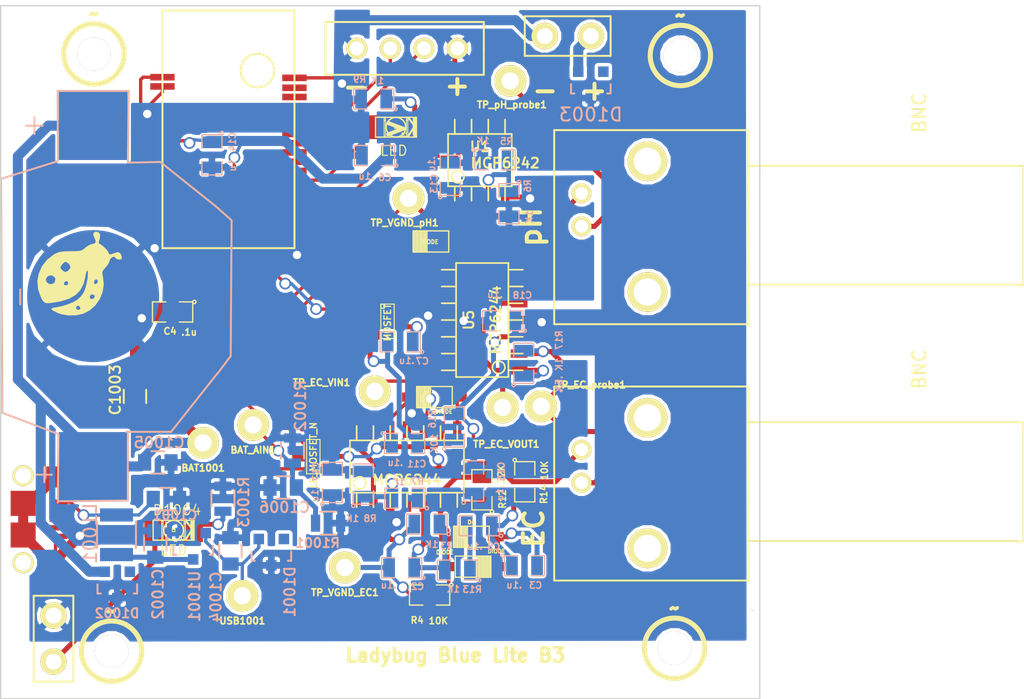
<source format=kicad_pcb>
(kicad_pcb (version 4) (host pcbnew 4.0.1-stable)
  (layers (0 F.Cu signal) (31 B.Cu signal) (34 B.Paste user) (35 F.Paste user) (36 B.SilkS user) (37 F.SilkS user) (38 B.Mask user) (39 F.Mask user) (44 Edge.Cuts user))
  (net 0 "")
  (net 1 /nRF51822/BAT_AIN)
  (net 2 "/nRF51822/BLE LED")
  (net 3 /nRF51822/EC_VIN_AIN)
  (net 4 /nRF51822/EC_VOUT_AIN)
  (net 5 /nRF51822/FET_VIN_pin)
  (net 6 /nRF51822/FET_VOUT_pin)
  (net 7 /nRF51822/SWCLK)
  (net 8 /nRF51822/SWD)
  (net 9 /nRF51822/VGND_EC)
  (net 10 /nRF51822/VGND_pH)
  (net 11 /nRF51822/pH_AIN)
  (net 12 /sensors/EC/AC/G1)
  (net 13 /sensors/EC/AC/W_Vin+)
  (net 14 /sensors/EC/AC/W_Vin-)
  (net 15 /sensors/EC/AC/W_Vout)
  (net 16 /sensors/EC/AC/f1)
  (net 17 /sensors/EC/Rectify/EC_VIN)
  (net 18 /sensors/EC/Rectify/R_VIN_-)
  (net 19 /sensors/EC/Rectify/R_VIN_out)
  (net 20 /sensors/EC/Rectify_VOUT/EC_VOUT)
  (net 21 /sensors/EC/Rectify_VOUT/R_VOUT_-)
  (net 22 /sensors/EC/Rectify_VOUT/R_VOUT_OUT)
  (net 23 /sensors/EC_ProbeIN)
  (net 24 /sensors/pH_ProbeIN)
  (net 25 GND)
  (net 26 /power/3V)
  (net 27 /power/5V)
  (net 28 /power/3V3)
  (net 29 "Net-(D3-Pad2)")
  (net 30 PWR)
  (net 31 "Net-(P1001-Pad2)")
  (net 32 "Net-(P1001-Pad3)")
  (net 33 "Net-(R5-Pad2)")
  (net 34 "Net-(R7-Pad2)")
  (net 35 "Net-(U2-Pad16)")
  (net 36 "Net-(U2-Pad15)")
  (net 37 "Net-(U2-Pad6)")
  (net 38 "Net-(U2-Pad7)")
  (net 39 "Net-(U2-Pad8)")
  (net 40 "Net-(U2-Pad9)")
  (net 41 "Net-(U2-Pad10)")
  (net 42 "Net-(U2-Pad11)")
  (net 43 "Net-(U2-Pad12)")
  (net 44 "Net-(U2-Pad41)")
  (net 45 "Net-(U2-Pad40)")
  (net 46 "Net-(U2-Pad39)")
  (net 47 "Net-(U2-Pad38)")
  (net 48 "Net-(U2-Pad37)")
  (net 49 "Net-(U2-Pad34)")
  (net 50 "Net-(U2-Pad33)")
  (net 51 "Net-(U2-Pad32)")
  (net 52 "Net-(U2-Pad30)")
  (net 53 "Net-(U2-Pad29)")
  (net 54 "Net-(U2-Pad28)")
  (net 55 "Net-(U2-Pad27)")
  (net 56 "Net-(U2-Pad26)")
  (net 57 "Net-(D1003-Pad1)")
  (net 58 /power/to_LED)
  (net 59 /power/from_LED)
  (net 60 /power/VCC)
  (net 61 "Net-(U2-Pad4)")
  (net 62 "Net-(U2-Pad5)")
  (net 63 "Net-(P1001-Pad4)")
  (module Capacitors_SMD:C_0805 (layer B.Cu) (at 141.4 186.5 180)
    (fp_text reference C1006 (at -0.1 -1.5 180) (layer B.SilkS) (effects (font (size 0.8 0.8)) (justify mirror)))
    (fp_text value 47n)
    (pad 1 smd rect (at -1 0 180) (size 1 1.25) (layers B.Cu B.Paste B.Mask) (net 1 /nRF51822/BAT_AIN))
    (pad 2 smd rect (at 1 0 180) (size 1 1.25) (layers B.Cu B.Paste B.Mask) (net 25 GND))
  )
  (module TO_SOT_Packages_SMD:SOT-23 (layer B.Cu) (at 134.58 190.95)
    (fp_text reference U1001 (at 0.1 3.8 90) (layer B.SilkS) (effects (font (size 0.8 0.8)) (justify mirror)))
    (fp_text value MCP1700)
    (pad 1 smd rect (at -0.95 -1.00076) (size 0.8001 0.8001) (layers B.Cu B.Paste B.Mask) (net 25 GND))
    (pad 2 smd rect (at 0.95 -1.00076) (size 0.8001 0.8001) (layers B.Cu B.Paste B.Mask) (net 28 /power/3V3))
    (pad 3 smd rect (at 0 0.99822) (size 0.8001 0.8001) (layers B.Cu B.Paste B.Mask) (net 27 /power/5V))
  )
  (module LB_BNC (layer F.Cu) (at 164.00018 186.13882 90)
    (fp_text reference P5 hide)
    (fp_text value BNC (at 8.6 25.6 90) (layer F.SilkS))
    (pad 1 thru_hole circle (at 0 0 90) (size 1.5 1.5) (drill 0.98) (layers *.Cu *.Mask F.SilkS) (net 23 /sensors/EC_ProbeIN))
    (pad 2 thru_hole circle (at 2.5 0 90) (size 1.5 1.5) (drill 0.97) (layers *.Cu *.Mask F.SilkS) (net 9 /nRF51822/VGND_EC))
    (pad 4 thru_hole circle (at 4.9284 4.99144 90) (size 3 3) (drill 2.06) (layers *.Cu *.Mask F.SilkS))
    (pad 3 thru_hole circle (at -4.9716 4.99144 90) (size 3 3) (drill 2.06) (layers *.Cu *.Mask F.SilkS))
  )
  (module LB_BNC (layer F.Cu) (at 164.00018 166.71798 90)
    (fp_text reference P4 hide)
    (fp_text value BNC (at 8.6 25.6 90) (layer F.SilkS))
    (pad 1 thru_hole circle (at 0 0 90) (size 1.5 1.5) (drill 0.98) (layers *.Cu *.Mask F.SilkS) (net 24 /sensors/pH_ProbeIN))
    (pad 2 thru_hole circle (at 2.5 0 90) (size 1.5 1.5) (drill 0.97) (layers *.Cu *.Mask F.SilkS) (net 10 /nRF51822/VGND_pH))
    (pad 4 thru_hole circle (at 4.9284 4.99144 90) (size 3 3) (drill 2.06) (layers *.Cu *.Mask F.SilkS))
    (pad 3 thru_hole circle (at -4.9716 4.99144 90) (size 3 3) (drill 2.06) (layers *.Cu *.Mask F.SilkS))
  )
  (module SOD-123 (layer F.Cu) (at 152.58796 167.86098 180)
    (fp_text reference D7 hide)
    (fp_text value DIODE (at 0.09398 -0.03302 180) (layer F.SilkS) (effects (font (size 0.29972 0.29972) (thickness 0.0762))))
    (pad 1 smd rect (at -1.84912 0 180) (size 1.19888 0.70104) (layers F.Cu F.Paste F.Mask) (net 22 /sensors/EC/Rectify_VOUT/R_VOUT_OUT) (clearance 0.14986))
    (pad 2 smd rect (at 1.84912 0 180) (size 1.19888 0.70104) (layers F.Cu F.Paste F.Mask) (net 21 /sensors/EC/Rectify_VOUT/R_VOUT_-) (clearance 0.14986))
  )
  (module SOD-123 (layer F.Cu) (at 152.85466 179.64912 180)
    (fp_text reference D2 hide)
    (fp_text value DIODE (at -0.70104 -1.09982 180) (layer F.SilkS) (effects (font (size 0.29972 0.29972) (thickness 0.0762))))
    (pad 1 smd rect (at -1.84912 0 180) (size 1.19888 0.70104) (layers F.Cu F.Paste F.Mask) (net 19 /sensors/EC/Rectify/R_VIN_out) (clearance 0.14986))
    (pad 2 smd rect (at 1.84912 0 180) (size 1.19888 0.70104) (layers F.Cu F.Paste F.Mask) (net 18 /sensors/EC/Rectify/R_VIN_-) (clearance 0.14986))
  )
  (module SOD-123 (layer F.Cu) (at 155.65374 190.23076 180)
    (fp_text reference D4 (at 0 1.09982 180) (layer F.SilkS) (effects (font (size 0.29972 0.29972) (thickness 0.0762))))
    (fp_text value DIODE (at -1.905 -1.09728 180) (layer F.SilkS) (effects (font (size 0.29972 0.29972) (thickness 0.0762))))
    (pad 1 smd rect (at -1.84912 0 180) (size 1.19888 0.70104) (layers F.Cu F.Paste F.Mask) (net 12 /sensors/EC/AC/G1) (clearance 0.14986))
    (pad 2 smd rect (at 1.84912 0 180) (size 1.19888 0.70104) (layers F.Cu F.Paste F.Mask) (net 14 /sensors/EC/AC/W_Vin-) (clearance 0.14986))
  )
  (module SOD-123 (layer F.Cu) (at 155.78074 192.4939)
    (fp_text reference D6 hide)
    (fp_text value DIODE (at -2.1336 -1.08458) (layer F.SilkS) (effects (font (size 0.29972 0.29972) (thickness 0.0762))))
    (pad 1 smd rect (at -1.84912 0) (size 1.19888 0.70104) (layers F.Cu F.Paste F.Mask) (net 14 /sensors/EC/AC/W_Vin-) (clearance 0.14986))
    (pad 2 smd rect (at 1.84912 0) (size 1.19888 0.70104) (layers F.Cu F.Paste F.Mask) (net 12 /sensors/EC/AC/G1) (clearance 0.14986))
  )
  (module SM0805 (layer F.Cu) (at 156.45384 186.67476 90)
    (fp_text reference R12 (at -0.6985 1.55702 90) (layer F.SilkS) (effects (font (size 0.50038 0.50038) (thickness 0.10922))))
    (fp_text value 22K (at 1.19634 1.47574 90) (layer F.SilkS) (effects (font (size 0.50038 0.50038) (thickness 0.10922))))
    (pad 1 smd rect (at -0.9525 0 90) (size 0.889 1.397) (layers F.Cu F.Paste F.Mask) (net 15 /sensors/EC/AC/W_Vout))
    (pad 2 smd rect (at 0.9525 0 90) (size 0.889 1.397) (layers F.Cu F.Paste F.Mask) (net 14 /sensors/EC/AC/W_Vin-))
  )
  (module SM0805 (layer B.Cu) (at 150.37308 192.57264 180)
    (fp_text reference C2 (at -1.20142 -1.42494 180) (layer B.SilkS) (effects (font (size 0.50038 0.50038) (thickness 0.10922)) (justify mirror)))
    (fp_text value .1u (at 0.98552 -1.31826 180) (layer B.SilkS) (effects (font (size 0.50038 0.50038) (thickness 0.10922)) (justify mirror)))
    (pad 1 smd rect (at -0.9525 0 180) (size 0.889 1.397) (layers B.Cu B.Paste B.Mask) (net 13 /sensors/EC/AC/W_Vin+))
    (pad 2 smd rect (at 0.9525 0 180) (size 0.889 1.397) (layers B.Cu B.Paste B.Mask) (net 9 /nRF51822/VGND_EC))
  )
  (module SM0805 (layer B.Cu) (at 159.6771 192.42532)
    (fp_text reference C3 (at 0.84074 1.48336) (layer B.SilkS) (effects (font (size 0.50038 0.50038) (thickness 0.10922)) (justify mirror)))
    (fp_text value .1u (at -0.77724 1.46558) (layer B.SilkS) (effects (font (size 0.50038 0.50038) (thickness 0.10922)) (justify mirror)))
    (pad 1 smd rect (at -0.9525 0) (size 0.889 1.397) (layers B.Cu B.Paste B.Mask) (net 15 /sensors/EC/AC/W_Vout))
    (pad 2 smd rect (at 0.9525 0) (size 0.889 1.397) (layers B.Cu B.Paste B.Mask) (net 12 /sensors/EC/AC/G1))
  )
  (module SM0805 (layer B.Cu) (at 156.25064 189.39256 180)
    (fp_text reference C5 (at -1.08458 -1.58242 180) (layer B.SilkS) (effects (font (size 0.50038 0.50038) (thickness 0.10922)) (justify mirror)))
    (fp_text value .1u (at 0.33782 -1.56464 180) (layer B.SilkS) (effects (font (size 0.50038 0.50038) (thickness 0.10922)) (justify mirror)))
    (pad 1 smd rect (at -0.9525 0 180) (size 0.889 1.397) (layers B.Cu B.Paste B.Mask) (net 15 /sensors/EC/AC/W_Vout))
    (pad 2 smd rect (at 0.9525 0 180) (size 0.889 1.397) (layers B.Cu B.Paste B.Mask) (net 16 /sensors/EC/AC/f1))
  )
  (module SM0805 (layer B.Cu) (at 154.59202 192.75552 180)
    (fp_text reference R13 (at -1.12522 -1.45542 180) (layer B.SilkS) (effects (font (size 0.50038 0.50038) (thickness 0.10922)) (justify mirror)))
    (fp_text value 1K (at 0.31496 -1.43764 180) (layer B.SilkS) (effects (font (size 0.50038 0.50038) (thickness 0.10922)) (justify mirror)))
    (pad 1 smd rect (at -0.9525 0 180) (size 0.889 1.397) (layers B.Cu B.Paste B.Mask) (net 16 /sensors/EC/AC/f1))
    (pad 2 smd rect (at 0.9525 0 180) (size 0.889 1.397) (layers B.Cu B.Paste B.Mask) (net 13 /sensors/EC/AC/W_Vin+))
  )
  (module SM0805 (layer F.Cu) (at 159.69996 186.06516 270)
    (fp_text reference R14 (at 0.94488 -1.44018 270) (layer F.SilkS) (effects (font (size 0.50038 0.50038) (thickness 0.10922))))
    (fp_text value 10K (at -0.85344 -1.49352 270) (layer F.SilkS) (effects (font (size 0.50038 0.50038) (thickness 0.10922))))
    (pad 1 smd rect (at -0.9525 0 270) (size 0.889 1.397) (layers F.Cu F.Paste F.Mask) (net 17 /sensors/EC/Rectify/EC_VIN))
    (pad 2 smd rect (at 0.9525 0 270) (size 0.889 1.397) (layers F.Cu F.Paste F.Mask) (net 15 /sensors/EC/AC/W_Vout))
  )
  (module SM0805 (layer F.Cu) (at 152.4889 194.64274 180)
    (fp_text reference R4 (at 0.94234 -1.91516 180) (layer F.SilkS) (effects (font (size 0.50038 0.50038) (thickness 0.10922))))
    (fp_text value 10K (at -0.66294 -1.9558 180) (layer F.SilkS) (effects (font (size 0.50038 0.50038) (thickness 0.10922))))
    (pad 1 smd rect (at -0.9525 0 180) (size 0.889 1.397) (layers F.Cu F.Paste F.Mask) (net 14 /sensors/EC/AC/W_Vin-))
    (pad 2 smd rect (at 0.9525 0 180) (size 0.889 1.397) (layers F.Cu F.Paste F.Mask) (net 9 /nRF51822/VGND_EC))
  )
  (module SM0805 (layer B.Cu) (at 154.3558 181.9148 90)
    (fp_text reference R16 (at 0.61976 -1.6637 90) (layer B.SilkS) (effects (font (size 0.50038 0.50038) (thickness 0.10922)) (justify mirror)))
    (fp_text value 10K (at -1.2446 -1.50876 90) (layer B.SilkS) (effects (font (size 0.50038 0.50038) (thickness 0.10922)) (justify mirror)))
    (pad 1 smd rect (at -0.9525 0 90) (size 0.889 1.397) (layers B.Cu B.Paste B.Mask) (net 9 /nRF51822/VGND_EC))
    (pad 2 smd rect (at 0.9525 0 90) (size 0.889 1.397) (layers B.Cu B.Paste B.Mask) (net 17 /sensors/EC/Rectify/EC_VIN))
  )
  (module SM0805 (layer B.Cu) (at 159.61614 177.0888 90)
    (fp_text reference R17 (at 1.75514 2.6797 90) (layer B.SilkS) (effects (font (size 0.50038 0.50038) (thickness 0.10922)) (justify mirror)))
    (fp_text value "1K .5%" (at -0.91694 2.6797 90) (layer B.SilkS) (effects (font (size 0.50038 0.50038) (thickness 0.10922)) (justify mirror)))
    (pad 1 smd rect (at -0.9525 0 90) (size 0.889 1.397) (layers B.Cu B.Paste B.Mask) (net 20 /sensors/EC/Rectify_VOUT/EC_VOUT))
    (pad 2 smd rect (at 0.9525 0 90) (size 0.889 1.397) (layers B.Cu B.Paste B.Mask) (net 23 /sensors/EC_ProbeIN))
  )
  (module SM0805 (layer B.Cu) (at 158.0388 173.863 180)
    (fp_text reference C18 (at -1.48082 1.92786 180) (layer B.SilkS) (effects (font (size 0.50038 0.50038) (thickness 0.10922)) (justify mirror)))
    (fp_text value .1u (at 0.58674 1.9812 180) (layer B.SilkS) (effects (font (size 0.50038 0.50038) (thickness 0.10922)) (justify mirror)))
    (pad 1 smd rect (at -0.9525 0 180) (size 0.889 1.397) (layers B.Cu B.Paste B.Mask) (net 30 PWR))
    (pad 2 smd rect (at 0.9525 0 180) (size 0.889 1.397) (layers B.Cu B.Paste B.Mask) (net 25 GND))
  )
  (module SM0805 (layer B.Cu) (at 150.5966 183.1594)
    (fp_text reference C11 (at 0.90678 1.55194) (layer B.SilkS) (effects (font (size 0.50038 0.50038) (thickness 0.10922)) (justify mirror)))
    (fp_text value .1u (at -0.6985 1.4478) (layer B.SilkS) (effects (font (size 0.50038 0.50038) (thickness 0.10922)) (justify mirror)))
    (pad 1 smd rect (at -0.9525 0) (size 0.889 1.397) (layers B.Cu B.Paste B.Mask) (net 18 /sensors/EC/Rectify/R_VIN_-))
    (pad 2 smd rect (at 0.9525 0) (size 0.889 1.397) (layers B.Cu B.Paste B.Mask) (net 9 /nRF51822/VGND_EC))
  )
  (module SM0805 (layer B.Cu) (at 150.25878 175.4632 180)
    (fp_text reference C7 (at -1.67386 -1.46304 180) (layer B.SilkS) (effects (font (size 0.50038 0.50038) (thickness 0.10922)) (justify mirror)))
    (fp_text value .1u (at -0.50292 -1.41732 180) (layer B.SilkS) (effects (font (size 0.50038 0.50038) (thickness 0.10922)) (justify mirror)))
    (pad 1 smd rect (at -0.9525 0 180) (size 0.889 1.397) (layers B.Cu B.Paste B.Mask) (net 21 /sensors/EC/Rectify_VOUT/R_VOUT_-))
    (pad 2 smd rect (at 0.9525 0 180) (size 0.889 1.397) (layers B.Cu B.Paste B.Mask) (net 9 /nRF51822/VGND_EC))
  )
  (module SM0805 (layer B.Cu) (at 152.2857 189.2681 180)
    (fp_text reference R3 (at -1.49352 -1.64846 180) (layer B.SilkS) (effects (font (size 0.50038 0.50038) (thickness 0.10922)) (justify mirror)))
    (fp_text value 1K (at -0.3556 -1.54432 180) (layer B.SilkS) (effects (font (size 0.50038 0.50038) (thickness 0.10922)) (justify mirror)))
    (pad 1 smd rect (at -0.9525 0 180) (size 0.889 1.397) (layers B.Cu B.Paste B.Mask) (net 13 /sensors/EC/AC/W_Vin+))
    (pad 2 smd rect (at 0.9525 0 180) (size 0.889 1.397) (layers B.Cu B.Paste B.Mask) (net 9 /nRF51822/VGND_EC))
  )
  (module SM0805 (layer B.Cu) (at 150.62454 187.30468 180)
    (fp_text reference R7 (at -0.95546 1.27468 180) (layer B.SilkS) (effects (font (size 0.50038 0.50038) (thickness 0.10922)) (justify mirror)))
    (fp_text value 1K (at 0.48454 1.23468 180) (layer B.SilkS) (effects (font (size 0.50038 0.50038) (thickness 0.10922)) (justify mirror)))
    (pad 1 smd rect (at -0.9525 0 180) (size 0.889 1.397) (layers B.Cu B.Paste B.Mask) (net 30 PWR))
    (pad 2 smd rect (at 0.9525 0 180) (size 0.889 1.397) (layers B.Cu B.Paste B.Mask) (net 34 "Net-(R7-Pad2)"))
  )
  (module SM0805 (layer B.Cu) (at 147.46986 186.24042 90)
    (fp_text reference R8 (at -2.60858 0.51562 180) (layer B.SilkS) (effects (font (size 0.50038 0.50038) (thickness 0.10922)) (justify mirror)))
    (fp_text value 1K (at -2.60858 -0.83058 180) (layer B.SilkS) (effects (font (size 0.50038 0.50038) (thickness 0.10922)) (justify mirror)))
    (pad 1 smd rect (at -0.9525 0 90) (size 0.889 1.397) (layers B.Cu B.Paste B.Mask) (net 34 "Net-(R7-Pad2)"))
    (pad 2 smd rect (at 0.9525 0 90) (size 0.889 1.397) (layers B.Cu B.Paste B.Mask) (net 25 GND))
  )
  (module SM0805 (layer B.Cu) (at 145.12036 186.12104 90)
    (fp_text reference C17 (at 0.82104 -1.22036 90) (layer B.SilkS) (effects (font (size 0.50038 0.50038) (thickness 0.10922)) (justify mirror)))
    (fp_text value .1u (at -0.87896 -1.32036 90) (layer B.SilkS) (effects (font (size 0.50038 0.50038) (thickness 0.10922)) (justify mirror)))
    (pad 1 smd rect (at -0.9525 0 90) (size 0.889 1.397) (layers B.Cu B.Paste B.Mask) (net 30 PWR))
    (pad 2 smd rect (at 0.9525 0 90) (size 0.889 1.397) (layers B.Cu B.Paste B.Mask) (net 25 GND))
  )
  (module SM0805 (layer B.Cu) (at 155.82646 186.00166 90)
    (fp_text reference C16 (at 0.72136 2.09042 90) (layer B.SilkS) (effects (font (size 0.50038 0.50038) (thickness 0.10922)) (justify mirror)))
    (fp_text value .1u (at -0.93218 1.98628 90) (layer B.SilkS) (effects (font (size 0.50038 0.50038) (thickness 0.10922)) (justify mirror)))
    (pad 1 smd rect (at -0.9525 0 90) (size 0.889 1.397) (layers B.Cu B.Paste B.Mask) (net 30 PWR))
    (pad 2 smd rect (at 0.9525 0 90) (size 0.889 1.397) (layers B.Cu B.Paste B.Mask) (net 25 GND))
  )
  (module SM0805 (layer B.Cu) (at 157.4419 161.67354)
    (fp_text reference R5 (at 0.8763 -1.39954) (layer B.SilkS) (effects (font (size 0.50038 0.50038) (thickness 0.10922)) (justify mirror)))
    (fp_text value 1K (at -0.9017 -1.45034) (layer B.SilkS) (effects (font (size 0.50038 0.50038) (thickness 0.10922)) (justify mirror)))
    (pad 1 smd rect (at -0.9525 0) (size 0.889 1.397) (layers B.Cu B.Paste B.Mask) (net 30 PWR))
    (pad 2 smd rect (at 0.9525 0) (size 0.889 1.397) (layers B.Cu B.Paste B.Mask) (net 33 "Net-(R5-Pad2)"))
  )
  (module SM0805 (layer B.Cu) (at 158.50108 165.00348 270)
    (fp_text reference R6 (at -1.35128 -1.41732 270) (layer B.SilkS) (effects (font (size 0.50038 0.50038) (thickness 0.10922)) (justify mirror)))
    (fp_text value 1K (at 0.99822 -1.54432 270) (layer B.SilkS) (effects (font (size 0.50038 0.50038) (thickness 0.10922)) (justify mirror)))
    (pad 1 smd rect (at -0.9525 0 270) (size 0.889 1.397) (layers B.Cu B.Paste B.Mask) (net 33 "Net-(R5-Pad2)"))
    (pad 2 smd rect (at 0.9525 0 270) (size 0.889 1.397) (layers B.Cu B.Paste B.Mask) (net 25 GND))
  )
  (module SM0805 (layer B.Cu) (at 148.31568 161.35096 180)
    (fp_text reference C6 (at -0.78486 -1.6637 180) (layer B.SilkS) (effects (font (size 0.50038 0.50038) (thickness 0.10922)) (justify mirror)))
    (fp_text value .1u (at 0.6223 -1.56972 180) (layer B.SilkS) (effects (font (size 0.50038 0.50038) (thickness 0.10922)) (justify mirror)))
    (pad 1 smd rect (at -0.9525 0 180) (size 0.889 1.397) (layers B.Cu B.Paste B.Mask) (net 30 PWR))
    (pad 2 smd rect (at 0.9525 0 180) (size 0.889 1.397) (layers B.Cu B.Paste B.Mask) (net 25 GND))
  )
  (module SM0805 (layer B.Cu) (at 154.05 162.85 90)
    (fp_text reference C13 (at -0.63754 -1.22174 90) (layer B.SilkS) (effects (font (size 0.50038 0.50038) (thickness 0.10922)) (justify mirror)))
    (fp_text value .1u (at 0.8636 -1.4097 90) (layer B.SilkS) (effects (font (size 0.50038 0.50038) (thickness 0.10922)) (justify mirror)))
    (pad 1 smd rect (at -0.9525 0 90) (size 0.889 1.397) (layers B.Cu B.Paste B.Mask) (net 25 GND))
    (pad 2 smd rect (at 0.9525 0 90) (size 0.889 1.397) (layers B.Cu B.Paste B.Mask) (net 30 PWR))
  )
  (module LB_TestPoint (layer F.Cu) (at 160.94202 180.35016)
    (fp_text reference TP_EC_probe1 (at 3.78206 -1.6256) (layer F.SilkS) (effects (font (size 0.508 0.508) (thickness 0.127))))
    (fp_text value TESTPOINT (at 0 -0.1) (layer F.SilkS) (effects (font (size 0.254 0.254) (thickness 0.0635))))
    (pad 1 thru_hole circle (at 0 0) (size 2.4 2.4) (drill 1.3) (layers *.Cu *.Mask F.SilkS) (net 23 /sensors/EC_ProbeIN))
  )
  (module LB_TestPoint (layer F.Cu) (at 158.6 155.7)
    (fp_text reference TP_pH_probe1 (at 0.1246 1.8054) (layer F.SilkS) (effects (font (size 0.508 0.508) (thickness 0.127))))
    (fp_text value TESTPOINT (at 0 -0.1) (layer F.SilkS) (effects (font (size 0.254 0.254) (thickness 0.0635))))
    (pad 1 thru_hole circle (at 0 0) (size 2.4 2.4) (drill 1.3) (layers *.Cu *.Mask F.SilkS) (net 24 /sensors/pH_ProbeIN))
  )
  (module LB_TestPoint (layer F.Cu) (at 148.33854 179.21224)
    (fp_text reference TP_EC_VIN1 (at -4.03352 -0.66294) (layer F.SilkS) (effects (font (size 0.508 0.508) (thickness 0.127))))
    (fp_text value TESTPOINT (at 0 -0.1) (layer F.SilkS) (effects (font (size 0.254 0.254) (thickness 0.0635))))
    (pad 1 thru_hole circle (at 0 0) (size 2.4 2.4) (drill 1.3) (layers *.Cu *.Mask F.SilkS) (net 17 /sensors/EC/Rectify/EC_VIN))
  )
  (module LB_TestPoint (layer F.Cu) (at 158.02356 180.43398)
    (fp_text reference TP_EC_VOUT1 (at 0.27686 2.7813) (layer F.SilkS) (effects (font (size 0.508 0.508) (thickness 0.127))))
    (fp_text value TESTPOINT (at 0 -0.1) (layer F.SilkS) (effects (font (size 0.254 0.254) (thickness 0.0635))))
    (pad 1 thru_hole circle (at 0 0) (size 2.4 2.4) (drill 1.3) (layers *.Cu *.Mask F.SilkS) (net 20 /sensors/EC/Rectify_VOUT/EC_VOUT))
  )
  (module LB_MCP6244 (layer F.Cu) (at 156.4767 173.8122 90)
    (fp_text reference U5 (at 0 -1.016 90) (layer F.SilkS) (effects (font (size 0.7493 0.7493) (thickness 0.14986))))
    (fp_text value MCP6244 (at 0 1.016 90) (layer F.SilkS) (effects (font (size 0.7493 0.7493) (thickness 0.14986))))
    (pad 1 smd rect (at -3.81 2.794 90) (size 0.635 1.27) (layers F.Cu F.Paste F.Mask) (net 20 /sensors/EC/Rectify_VOUT/EC_VOUT))
    (pad 2 smd rect (at -2.54 2.794 90) (size 0.635 1.27) (layers F.Cu F.Paste F.Mask) (net 23 /sensors/EC_ProbeIN))
    (pad 3 smd rect (at -1.27 2.794 90) (size 0.635 1.27) (layers F.Cu F.Paste F.Mask) (net 17 /sensors/EC/Rectify/EC_VIN))
    (pad 4 smd rect (at 0 2.794 90) (size 0.635 1.27) (layers F.Cu F.Paste F.Mask) (net 30 PWR))
    (pad 5 smd rect (at 1.27 2.794 90) (size 0.635 1.27) (layers F.Cu F.Paste F.Mask) (net 20 /sensors/EC/Rectify_VOUT/EC_VOUT))
    (pad 6 smd rect (at 2.54 2.794 90) (size 0.635 1.27) (layers F.Cu F.Paste F.Mask) (net 21 /sensors/EC/Rectify_VOUT/R_VOUT_-))
    (pad 7 smd rect (at 3.81 2.794 90) (size 0.635 1.27) (layers F.Cu F.Paste F.Mask) (net 22 /sensors/EC/Rectify_VOUT/R_VOUT_OUT))
    (pad 8 smd rect (at 3.81 -2.794 90) (size 0.635 1.27) (layers F.Cu F.Paste F.Mask) (net 4 /nRF51822/EC_VOUT_AIN))
    (pad 9 smd rect (at 2.54 -2.794 90) (size 0.635 1.27) (layers F.Cu F.Paste F.Mask) (net 4 /nRF51822/EC_VOUT_AIN))
    (pad 10 smd rect (at 1.27 -2.794 90) (size 0.635 1.27) (layers F.Cu F.Paste F.Mask) (net 21 /sensors/EC/Rectify_VOUT/R_VOUT_-))
    (pad 11 smd rect (at 0 -2.794 90) (size 0.635 1.27) (layers F.Cu F.Paste F.Mask) (net 25 GND))
    (pad 12 smd rect (at -1.27 -2.794 90) (size 0.635 1.27) (layers F.Cu F.Paste F.Mask))
    (pad 13 smd rect (at -2.54 -2.794 90) (size 0.635 1.27) (layers F.Cu F.Paste F.Mask))
    (pad 14 smd rect (at -3.81 -2.794 90) (size 0.635 1.27) (layers F.Cu F.Paste F.Mask))
  )
  (module LB_MCP6244 (layer F.Cu) (at 150.7744 184.912)
    (fp_text reference U4 hide)
    (fp_text value MCP6244 (at 0 1.016) (layer F.SilkS) (effects (font (size 0.7493 0.7493) (thickness 0.14986))))
    (pad 1 smd rect (at -3.81 2.794) (size 0.635 1.27) (layers F.Cu F.Paste F.Mask) (net 9 /nRF51822/VGND_EC))
    (pad 2 smd rect (at -2.54 2.794) (size 0.635 1.27) (layers F.Cu F.Paste F.Mask) (net 9 /nRF51822/VGND_EC))
    (pad 3 smd rect (at -1.27 2.794) (size 0.635 1.27) (layers F.Cu F.Paste F.Mask) (net 34 "Net-(R7-Pad2)"))
    (pad 4 smd rect (at 0 2.794) (size 0.635 1.27) (layers F.Cu F.Paste F.Mask) (net 30 PWR))
    (pad 5 smd rect (at 1.27 2.794) (size 0.635 1.27) (layers F.Cu F.Paste F.Mask) (net 13 /sensors/EC/AC/W_Vin+))
    (pad 6 smd rect (at 2.54 2.794) (size 0.635 1.27) (layers F.Cu F.Paste F.Mask) (net 14 /sensors/EC/AC/W_Vin-))
    (pad 7 smd rect (at 3.81 2.794) (size 0.635 1.27) (layers F.Cu F.Paste F.Mask) (net 15 /sensors/EC/AC/W_Vout))
    (pad 8 smd rect (at 3.81 -2.794) (size 0.635 1.27) (layers F.Cu F.Paste F.Mask) (net 19 /sensors/EC/Rectify/R_VIN_out))
    (pad 9 smd rect (at 2.54 -2.794) (size 0.635 1.27) (layers F.Cu F.Paste F.Mask) (net 18 /sensors/EC/Rectify/R_VIN_-))
    (pad 10 smd rect (at 1.27 -2.794) (size 0.635 1.27) (layers F.Cu F.Paste F.Mask) (net 17 /sensors/EC/Rectify/EC_VIN))
    (pad 11 smd rect (at 0 -2.794) (size 0.635 1.27) (layers F.Cu F.Paste F.Mask) (net 25 GND))
    (pad 12 smd rect (at -1.27 -2.794) (size 0.635 1.27) (layers F.Cu F.Paste F.Mask) (net 18 /sensors/EC/Rectify/R_VIN_-))
    (pad 13 smd rect (at -2.54 -2.794) (size 0.635 1.27) (layers F.Cu F.Paste F.Mask) (net 3 /nRF51822/EC_VIN_AIN))
    (pad 14 smd rect (at -3.81 -2.794) (size 0.635 1.27) (layers F.Cu F.Paste F.Mask) (net 3 /nRF51822/EC_VIN_AIN))
  )
  (module LB_TestPoint (layer F.Cu) (at 146.0754 192.5574)
    (fp_text reference TP_VGND_EC1 (at 0 1.9) (layer F.SilkS) (effects (font (size 0.508 0.508) (thickness 0.127))))
    (fp_text value TESTPOINT (at 0 -0.1) (layer F.SilkS) (effects (font (size 0.254 0.254) (thickness 0.0635))))
    (pad 1 thru_hole circle (at 0 0) (size 2.4 2.4) (drill 1.3) (layers *.Cu *.Mask F.SilkS) (net 9 /nRF51822/VGND_EC))
  )
  (module LB_TestPoint (layer F.Cu) (at 150.9 164.6)
    (fp_text reference TP_VGND_pH1 (at -0.3034 1.8462) (layer F.SilkS) (effects (font (size 0.508 0.508) (thickness 0.127))))
    (fp_text value TESTPOINT (at 0 -0.1) (layer F.SilkS) (effects (font (size 0.254 0.254) (thickness 0.0635))))
    (pad 1 thru_hole circle (at 0 0) (size 2.4 2.4) (drill 1.3) (layers *.Cu *.Mask F.SilkS) (net 10 /nRF51822/VGND_pH))
  )
  (module LB_MOSFET (layer F.Cu) (at 143.68018 184.12968 90)
    (fp_text reference Q1 hide)
    (fp_text value LB_MOSFET_N (at 0.0635 0 90) (layer F.SilkS) (effects (font (size 0.50038 0.50038) (thickness 0.09906))))
    (pad D smd rect (at 0 -1.09982 90) (size 0.8001 1.00076) (layers F.Cu F.Paste F.Mask) (net 18 /sensors/EC/Rectify/R_VIN_-))
    (pad S smd rect (at 0.9525 1.09982 90) (size 0.8001 1.00076) (layers F.Cu F.Paste F.Mask) (net 9 /nRF51822/VGND_EC))
    (pad G smd rect (at -0.9525 1.09982 90) (size 0.8001 1.00076) (layers F.Cu F.Paste F.Mask) (net 5 /nRF51822/FET_VIN_pin))
  )
  (module LB_MOSFET (layer F.Cu) (at 149.3012 173.9392 270)
    (fp_text reference Q4 hide)
    (fp_text value MOSFET (at 0.0635 0 270) (layer F.SilkS) (effects (font (size 0.50038 0.50038) (thickness 0.09906))))
    (pad D smd rect (at 0 -1.09982 270) (size 0.8001 1.00076) (layers F.Cu F.Paste F.Mask) (net 21 /sensors/EC/Rectify_VOUT/R_VOUT_-))
    (pad S smd rect (at 0.9525 1.09982 270) (size 0.8001 1.00076) (layers F.Cu F.Paste F.Mask) (net 9 /nRF51822/VGND_EC))
    (pad G smd rect (at -0.9525 1.09982 270) (size 0.8001 1.00076) (layers F.Cu F.Paste F.Mask) (net 6 /nRF51822/FET_VOUT_pin))
  )
  (module SM0805 (layer B.Cu) (at 136 161.3 270)
    (fp_text reference C14 (at -0.98806 -1.55702 270) (layer B.SilkS) (effects (font (size 0.50038 0.50038) (thickness 0.10922)) (justify mirror)))
    (fp_text value 1u (at 0.79248 -1.55702 270) (layer B.SilkS) (effects (font (size 0.50038 0.50038) (thickness 0.10922)) (justify mirror)))
    (pad 1 smd rect (at -0.9525 0 270) (size 0.889 1.397) (layers B.Cu B.Paste B.Mask) (net 30 PWR))
    (pad 2 smd rect (at 0.9525 0 270) (size 0.889 1.397) (layers B.Cu B.Paste B.Mask) (net 25 GND))
  )
  (module SM0805 (layer B.Cu) (at 148.25218 157.06344 180)
    (fp_text reference R9 (at 1.0668 1.49352 180) (layer B.SilkS) (effects (font (size 0.50038 0.50038) (thickness 0.10922)) (justify mirror)))
    (fp_text value 1K (at -0.28448 1.38684 180) (layer B.SilkS) (effects (font (size 0.50038 0.50038) (thickness 0.10922)) (justify mirror)))
    (pad 1 smd rect (at -0.9525 0 180) (size 0.889 1.397) (layers B.Cu B.Paste B.Mask) (net 29 "Net-(D3-Pad2)"))
    (pad 2 smd rect (at 0.9525 0 180) (size 0.889 1.397) (layers B.Cu B.Paste B.Mask) (net 25 GND))
  )
  (module LB_LED-1206 (layer F.Cu) (at 149.94128 159.20466)
    (fp_text reference D3 hide)
    (fp_text value LED (at -0.15748 1.78054) (layer F.SilkS) (effects (font (size 0.762 0.762) (thickness 0.0889))))
    (pad 1 smd rect (at -1.41986 0) (size 1.59766 1.80086) (layers F.Cu F.Paste F.Mask) (net 2 "/nRF51822/BLE LED"))
    (pad 2 smd rect (at 1.41986 0) (size 1.59766 1.80086) (layers F.Cu F.Paste F.Mask) (net 29 "Net-(D3-Pad2)"))
  )
  (module SM0805 (layer F.Cu) (at 133.0198 173.2026 180)
    (fp_text reference C4 (at 0.19304 -1.45542 180) (layer F.SilkS) (effects (font (size 0.50038 0.50038) (thickness 0.10922))))
    (fp_text value .1u (at -1.24714 -1.52654 180) (layer F.SilkS) (effects (font (size 0.50038 0.50038) (thickness 0.10922))))
    (pad 1 smd rect (at -0.9525 0 180) (size 0.889 1.397) (layers F.Cu F.Paste F.Mask) (net 30 PWR))
    (pad 2 smd rect (at 0.9525 0 180) (size 0.889 1.397) (layers F.Cu F.Paste F.Mask) (net 25 GND))
  )
  (module LB_ARDUINO_HDR_4 (layer F.Cu) (at 154.59456 153.23566 180)
    (fp_text reference P3 hide)
    (fp_text value LB_HEADER_4 hide)
    (pad 1 thru_hole circle (at 0 0 180) (size 1.6 1.6) (drill 1.06) (layers *.Cu *.Mask F.SilkS) (net 30 PWR))
    (pad 2 thru_hole circle (at 2.54 0 180) (size 1.6 1.6) (drill 1.06) (layers *.Cu *.Mask F.SilkS) (net 8 /nRF51822/SWD))
    (pad 3 thru_hole circle (at 5.08 0 180) (size 1.6 1.6) (drill 1.06) (layers *.Cu *.Mask F.SilkS) (net 7 /nRF51822/SWCLK))
    (pad 4 thru_hole circle (at 7.62 0 180) (size 1.6 1.6) (drill 1.06) (layers *.Cu *.Mask F.SilkS) (net 25 GND))
  )
  (module LB_MDBT40 (layer F.Cu) (at 139.45108 154.91714)
    (fp_text reference U2 hide)
    (fp_text value MDBT40 hide)
    (pad 17 smd rect (at -3.5 13.55) (size 0.5 1.85) (layers F.Cu F.Paste F.Mask) (net 5 /nRF51822/FET_VIN_pin))
    (pad 16 smd rect (at -4.2 13.55) (size 0.5 1.85) (layers F.Cu F.Paste F.Mask) (net 35 "Net-(U2-Pad16)"))
    (pad 15 smd rect (at -4.9 13.55) (size 0.5 1.85) (layers F.Cu F.Paste F.Mask) (net 36 "Net-(U2-Pad15)"))
    (pad 14 smd rect (at -5.6 13.55) (size 0.5 1.85) (layers F.Cu F.Paste F.Mask) (net 30 PWR))
    (pad 1 smd rect (at -7.2 0.5) (size 1.85 0.5) (layers F.Cu F.Paste F.Mask) (net 25 GND))
    (pad 2 smd rect (at -7.2 1.2) (size 1.85 0.5) (layers F.Cu F.Paste F.Mask) (net 25 GND))
    (pad 3 smd rect (at -7.15 5.4) (size 1.85 0.5) (layers F.Cu F.Paste F.Mask) (net 30 PWR))
    (pad 4 smd rect (at -7.15 6.1) (size 1.85 0.5) (layers F.Cu F.Paste F.Mask) (net 61 "Net-(U2-Pad4)"))
    (pad 5 smd rect (at -7.15 6.8) (size 1.85 0.5) (layers F.Cu F.Paste F.Mask) (net 62 "Net-(U2-Pad5)"))
    (pad 6 smd rect (at -7.15 7.5) (size 1.85 0.5) (layers F.Cu F.Paste F.Mask) (net 37 "Net-(U2-Pad6)"))
    (pad 7 smd rect (at -7.15 8.2) (size 1.85 0.5) (layers F.Cu F.Paste F.Mask) (net 38 "Net-(U2-Pad7)"))
    (pad 8 smd rect (at -7.15 8.9) (size 1.85 0.5) (layers F.Cu F.Paste F.Mask) (net 39 "Net-(U2-Pad8)"))
    (pad 9 smd rect (at -7.15 9.6) (size 1.85 0.5) (layers F.Cu F.Paste F.Mask) (net 40 "Net-(U2-Pad9)"))
    (pad 10 smd rect (at -7.15 10.3) (size 1.85 0.5) (layers F.Cu F.Paste F.Mask) (net 41 "Net-(U2-Pad10)"))
    (pad 11 smd rect (at -7.15 11) (size 1.85 0.5) (layers F.Cu F.Paste F.Mask) (net 42 "Net-(U2-Pad11)"))
    (pad 12 smd rect (at -7.15 11.7) (size 1.85 0.5) (layers F.Cu F.Paste F.Mask) (net 43 "Net-(U2-Pad12)"))
    (pad 42 smd rect (at 2.8 0.55) (size 1.85 0.5) (layers F.Cu F.Paste F.Mask) (net 25 GND))
    (pad 41 smd rect (at 2.8 1.3) (size 1.85 0.5) (layers F.Cu F.Paste F.Mask) (net 44 "Net-(U2-Pad41)"))
    (pad 40 smd rect (at 2.8 2) (size 1.85 0.5) (layers F.Cu F.Paste F.Mask) (net 45 "Net-(U2-Pad40)"))
    (pad 39 smd rect (at 2.8 2.7) (size 1.85 0.5) (layers F.Cu F.Paste F.Mask) (net 46 "Net-(U2-Pad39)"))
    (pad 38 smd rect (at 2.8 3.4) (size 1.85 0.5) (layers F.Cu F.Paste F.Mask) (net 47 "Net-(U2-Pad38)"))
    (pad 37 smd rect (at 2.8 4.1) (size 1.85 0.5) (layers F.Cu F.Paste F.Mask) (net 48 "Net-(U2-Pad37)"))
    (pad 36 smd rect (at 2.8 4.8) (size 1.85 0.5) (layers F.Cu F.Paste F.Mask) (net 7 /nRF51822/SWCLK))
    (pad 35 smd rect (at 2.8 5.5) (size 1.85 0.5) (layers F.Cu F.Paste F.Mask) (net 8 /nRF51822/SWD))
    (pad 34 smd rect (at 2.8 6.2) (size 1.85 0.5) (layers F.Cu F.Paste F.Mask) (net 49 "Net-(U2-Pad34)"))
    (pad 33 smd rect (at 2.8 6.9) (size 1.85 0.5) (layers F.Cu F.Paste F.Mask) (net 50 "Net-(U2-Pad33)"))
    (pad 32 smd rect (at 2.8 7.6) (size 1.85 0.5) (layers F.Cu F.Paste F.Mask) (net 51 "Net-(U2-Pad32)"))
    (pad 31 smd rect (at 2.8 8.3) (size 1.85 0.5) (layers F.Cu F.Paste F.Mask) (net 2 "/nRF51822/BLE LED"))
    (pad 30 smd rect (at 2.8 9) (size 1.85 0.5) (layers F.Cu F.Paste F.Mask) (net 52 "Net-(U2-Pad30)"))
    (pad 29 smd rect (at 2.8 9.7) (size 1.85 0.5) (layers F.Cu F.Paste F.Mask) (net 53 "Net-(U2-Pad29)"))
    (pad 28 smd rect (at 2.8 10.4) (size 1.85 0.5) (layers F.Cu F.Paste F.Mask) (net 54 "Net-(U2-Pad28)"))
    (pad 27 smd rect (at 2.8 11.1) (size 1.85 0.5) (layers F.Cu F.Paste F.Mask) (net 55 "Net-(U2-Pad27)"))
    (pad 26 smd rect (at 2.8 11.8) (size 1.85 0.5) (layers F.Cu F.Paste F.Mask) (net 56 "Net-(U2-Pad26)"))
    (pad 18 smd rect (at -2.8 13.55) (size 0.5 1.85) (layers F.Cu F.Paste F.Mask) (net 1 /nRF51822/BAT_AIN))
    (pad 19 smd rect (at -2.1 13.55) (size 0.5 1.85) (layers F.Cu F.Paste F.Mask) (net 9 /nRF51822/VGND_EC))
    (pad 20 smd rect (at -1.4 13.55) (size 0.5 1.85) (layers F.Cu F.Paste F.Mask) (net 3 /nRF51822/EC_VIN_AIN))
    (pad 21 smd rect (at -0.7 13.55) (size 0.5 1.85) (layers F.Cu F.Paste F.Mask) (net 4 /nRF51822/EC_VOUT_AIN))
    (pad 22 smd rect (at 0 13.55) (size 0.5 1.85) (layers F.Cu F.Paste F.Mask) (net 10 /nRF51822/VGND_pH))
    (pad 23 smd rect (at 0.7 13.55) (size 0.5 1.85) (layers F.Cu F.Paste F.Mask) (net 11 /nRF51822/pH_AIN))
    (pad 24 smd rect (at 1.4 13.55) (size 0.5 1.85) (layers F.Cu F.Paste F.Mask) (net 6 /nRF51822/FET_VOUT_pin))
    (pad 25 smd rect (at 2.1 13.55) (size 0.5 1.85) (layers F.Cu F.Paste F.Mask) (net 25 GND))
    (pad 13 smd rect (at -6.3 13.55) (size 0.5 1.85) (layers F.Cu F.Paste F.Mask) (net 25 GND))
  )
  (module LOGO (layer F.Cu) (at 125.96 170)
    (fp_text reference G*** hide)
    (fp_text value LOGO hide)
  )
  (module so-8 (layer F.Cu) (at 156.3 161.7)
    (fp_text reference U1 (at 0 -1.016) (layer F.SilkS) (effects (font (size 0.7493 0.7493) (thickness 0.14986))))
    (fp_text value MCP6242 (at 1.9166 0.225) (layer F.SilkS) (effects (font (size 0.7493 0.7493) (thickness 0.14986))))
    (pad 1 smd rect (at -1.905 2.794) (size 0.635 1.27) (layers F.Cu F.Paste F.Mask) (net 10 /nRF51822/VGND_pH))
    (pad 2 smd rect (at -0.635 2.794) (size 0.635 1.27) (layers F.Cu F.Paste F.Mask) (net 10 /nRF51822/VGND_pH))
    (pad 3 smd rect (at 0.635 2.794) (size 0.635 1.27) (layers F.Cu F.Paste F.Mask) (net 33 "Net-(R5-Pad2)"))
    (pad 4 smd rect (at 1.905 2.794) (size 0.635 1.27) (layers F.Cu F.Paste F.Mask) (net 25 GND))
    (pad 5 smd rect (at 1.905 -2.794) (size 0.635 1.27) (layers F.Cu F.Paste F.Mask) (net 24 /sensors/pH_ProbeIN))
    (pad 6 smd rect (at 0.635 -2.794) (size 0.635 1.27) (layers F.Cu F.Paste F.Mask) (net 11 /nRF51822/pH_AIN))
    (pad 7 smd rect (at -0.635 -2.794) (size 0.635 1.27) (layers F.Cu F.Paste F.Mask) (net 11 /nRF51822/pH_AIN))
    (pad 8 smd rect (at -1.905 -2.794) (size 0.635 1.27) (layers F.Cu F.Paste F.Mask) (net 30 PWR))
  )
  (module LB_MOUNTING_HOLE (layer F.Cu) (at 127.0635 153.6573)
    (fp_text reference ~ (at 0 -3.048) (layer F.SilkS) (effects (font (size 1.016 1.016) (thickness 0.254))))
    (fp_text value P*** hide)
    (pad "" thru_hole circle (at 0 0) (size 2.54 2.54) (drill 2.54) (layers *.Cu F.SilkS))
  )
  (module LB_MOUNTING_HOLE (layer F.Cu) (at 171.4881 153.7716)
    (fp_text reference ~ (at 0 -3.048) (layer F.SilkS) (effects (font (size 1.016 1.016) (thickness 0.254))))
    (fp_text value P*** hide)
    (pad "" thru_hole circle (at 0 0) (size 2.54 2.54) (drill 2.54) (layers *.Cu F.SilkS))
  )
  (module LB_MOUNTING_HOLE (layer F.Cu) (at 128.4 198.9)
    (fp_text reference ~ (at 0 -3.048) (layer F.SilkS) (effects (font (size 1.016 1.016) (thickness 0.254))))
    (fp_text value P*** hide)
    (pad "" thru_hole circle (at 0 0) (size 2.54 2.54) (drill 2.54) (layers *.Cu F.SilkS))
  )
  (module LB_MOUNTING_HOLE (layer F.Cu) (at 171.03852 198.67626)
    (fp_text reference ~ (at 0 -3.048) (layer F.SilkS) (effects (font (size 1.016 1.016) (thickness 0.254))))
    (fp_text value P*** hide)
    (pad "" thru_hole circle (at 0 0) (size 2.54 2.54) (drill 2.54) (layers *.Cu F.SilkS))
  )
  (module LettuceBuddy:LB_TestPoint (layer F.Cu) (at 135.33 183.12)
    (fp_text reference BAT1001 (at 0 1.9) (layer F.SilkS) (effects (font (size 0.508 0.508) (thickness 0.127))))
    (fp_text value TESTPOINT (at 0 -0.1) (layer F.SilkS) (effects (font (size 0.254 0.254) (thickness 0.0635))))
    (pad 1 thru_hole circle (at 0 0) (size 2.4 2.4) (drill 1.3) (layers *.Cu *.Mask F.SilkS) (net 26 /power/3V))
  )
  (module LadybugHydro:CR2032 (layer B.Cu) (at 127 156.5 90)
    (fp_text reference BT1001 hide)
    (fp_text value COIN_CELL hide)
    (fp_text user - (at -15.56 -5.64 90) (layer B.SilkS) (effects (font (size 1.5 1.5)) (justify mirror)))
    (fp_text user + (at -29.03 -3.81 90) (layer B.SilkS) (effects (font (size 1.5 1.5)) (justify mirror)))
    (pad 2 smd circle (at -15.5 0 90) (size 10 10) (layers B.Cu B.Paste B.Mask) (net 25 GND))
    (pad 1 smd rect (at -2.59 0 90) (size 5.2 5.2) (layers B.Cu B.Paste B.Mask) (net 26 /power/3V))
    (pad 1 smd rect (at -28.4 0 90) (size 5.2 5.2) (layers B.Cu B.Paste B.Mask) (net 26 /power/3V))
  )
  (module Capacitors_SMD:C_0805 (layer B.Cu) (at 132.5532 187.3758)
    (fp_text reference C1001 (at 0.6468 1.2242) (layer B.SilkS) (effects (font (size 0.7 0.7)) (justify mirror)))
    (fp_text value .1u)
    (pad 1 smd rect (at -1 0) (size 1 1.25) (layers B.Cu B.Paste B.Mask) (net 60 /power/VCC))
    (pad 2 smd rect (at 1 0) (size 1 1.25) (layers B.Cu B.Paste B.Mask) (net 25 GND))
  )
  (module Capacitors_SMD:C_0805 (layer B.Cu) (at 131.71 190.78 90)
    (fp_text reference C1002 (at -3.8 0.2 90) (layer B.SilkS) (effects (font (size 0.8 0.8)) (justify mirror)))
    (fp_text value 10u)
    (pad 1 smd rect (at -1 0 90) (size 1 1.25) (layers B.Cu B.Paste B.Mask) (net 27 /power/5V))
    (pad 2 smd rect (at 1 0 90) (size 1 1.25) (layers B.Cu B.Paste B.Mask) (net 25 GND))
  )
  (module Capacitors_SMD:C_0805 (layer F.Cu) (at 130.17 179.6 90)
    (fp_text reference C1003 (at 0.5 -1.5 90) (layer F.SilkS) (effects (font (size 0.8 0.8))))
    (fp_text value 10u)
    (pad 1 smd rect (at -1 0 90) (size 1 1.25) (layers F.Cu F.Paste F.Mask) (net 26 /power/3V))
    (pad 2 smd rect (at 1 0 90) (size 1 1.25) (layers F.Cu F.Paste F.Mask) (net 25 GND))
  )
  (module Capacitors_SMD:C_0805 (layer B.Cu) (at 137.4 191.3 90)
    (fp_text reference C1004 (at -3.5 -1.1 90) (layer B.SilkS) (effects (font (size 0.8 0.8)) (justify mirror)))
    (fp_text value 10u)
    (pad 1 smd rect (at -1 0 90) (size 1 1.25) (layers B.Cu B.Paste B.Mask) (net 28 /power/3V3))
    (pad 2 smd rect (at 1 0 90) (size 1 1.25) (layers B.Cu B.Paste B.Mask) (net 25 GND))
  )
  (module Capacitors_SMD:C_0805 (layer B.Cu) (at 131.9 184.6)
    (fp_text reference C1005 (at 0.1 -1.5) (layer B.SilkS) (effects (font (size 0.8 0.8)) (justify mirror)))
    (fp_text value 10u)
    (pad 1 smd rect (at -1 0) (size 1 1.25) (layers B.Cu B.Paste B.Mask) (net 26 /power/3V))
    (pad 2 smd rect (at 1 0) (size 1 1.25) (layers B.Cu B.Paste B.Mask) (net 25 GND))
  )
  (module Capacitors_SMD:C_1210 (layer B.Cu) (at 128.77 190.08 90)
    (fp_text reference L1001 (at 0.1 -2 90) (layer B.SilkS) (effects (justify mirror)))
    (fp_text value INDUCTOR hide)
    (pad 1 smd rect (at -1.5 0 90) (size 1 2.5) (layers B.Cu B.Paste B.Mask) (net 27 /power/5V))
    (pad 2 smd rect (at 1.5 0 90) (size 1 2.5) (layers B.Cu B.Paste B.Mask) (net 60 /power/VCC))
  )
  (module LettuceBuddy:LB_CONN_2 (layer F.Cu) (at 161.2 152.3)
    (fp_text reference P1002 hide)
    (fp_text value LB_HEADER_2 hide)
    (pad 1 thru_hole circle (at 0.01 0) (size 2 2) (drill 1.2) (layers *.Cu *.Mask F.SilkS) (net 25 GND))
    (pad 2 thru_hole circle (at 3.5 0) (size 2 2) (drill 1.2) (layers *.Cu *.Mask F.SilkS) (net 57 "Net-(D1003-Pad1)"))
  )
  (module LettuceBuddy:LB_CONN_2 (layer F.Cu) (at 124 199.7 90)
    (fp_text reference P1003 hide)
    (fp_text value LB_HEADER_2 hide)
    (pad 1 thru_hole circle (at 0.01 0 90) (size 2 2) (drill 1.2) (layers *.Cu *.Mask F.SilkS) (net 58 /power/to_LED))
    (pad 2 thru_hole circle (at 3.5 0 90) (size 2 2) (drill 1.2) (layers *.Cu *.Mask F.SilkS) (net 30 PWR))
  )
  (module Resistors_SMD:R_0805 (layer B.Cu) (at 144.8 189.2 180)
    (fp_text reference R1001 (at 0.8 -1.5 180) (layer B.SilkS) (effects (font (size 0.7 0.7)) (justify mirror)))
    (fp_text value 10M)
    (pad 1 smd rect (at -0.95 0 180) (size 0.7 1.3) (layers B.Cu B.Paste B.Mask) (net 30 PWR))
    (pad 2 smd rect (at 0.95 0 180) (size 0.7 1.3) (layers B.Cu B.Paste B.Mask) (net 1 /nRF51822/BAT_AIN))
  )
  (module Resistors_SMD:R_0805 (layer B.Cu) (at 142.1 183.7 90)
    (fp_text reference R1002 (at 3.4 0.6 90) (layer B.SilkS) (effects (font (size 0.8 0.8)) (justify mirror)))
    (fp_text value 2.2M)
    (pad 1 smd rect (at -0.95 0 90) (size 0.7 1.3) (layers B.Cu B.Paste B.Mask) (net 1 /nRF51822/BAT_AIN))
    (pad 2 smd rect (at 0.95 0 90) (size 0.7 1.3) (layers B.Cu B.Paste B.Mask) (net 25 GND))
  )
  (module Resistors_SMD:R_0805 (layer B.Cu) (at 136.83 187.35 270)
    (fp_text reference R1003 (at 0.25 -1.57 270) (layer B.SilkS) (effects (font (size 0.8 0.8)) (justify mirror)))
    (fp_text value 1K)
    (pad 1 smd rect (at -0.95 0 270) (size 0.7 1.3) (layers B.Cu B.Paste B.Mask) (net 25 GND))
    (pad 2 smd rect (at 0.95 0 270) (size 0.7 1.3) (layers B.Cu B.Paste B.Mask) (net 59 /power/from_LED))
  )
  (module LettuceBuddy:LB_TestPoint (layer F.Cu) (at 138.3 194.7)
    (fp_text reference USB1001 (at 0 1.9) (layer F.SilkS) (effects (font (size 0.508 0.508) (thickness 0.127))))
    (fp_text value TESTPOINT (at 0 -0.1) (layer F.SilkS) (effects (font (size 0.254 0.254) (thickness 0.0635))))
    (pad 1 thru_hole circle (at 0 0) (size 2.4 2.4) (drill 1.3) (layers *.Cu *.Mask F.SilkS) (net 28 /power/3V3))
  )
  (module TO_SOT_Packages_SMD:SOT-23 (layer B.Cu) (at 140.5 191.4)
    (fp_text reference D1001 (at 1.4 3 90) (layer B.SilkS) (effects (font (size 0.8 0.8)) (justify mirror)))
    (fp_text value LB_Schottky hide)
    (pad 1 smd rect (at -0.95 -1.00076) (size 0.8001 0.8001) (layers B.Cu B.Paste B.Mask) (net 28 /power/3V3))
    (pad 2 smd rect (at 0.95 -1.00076) (size 0.8001 0.8001) (layers B.Cu B.Paste B.Mask))
    (pad 3 smd rect (at 0 0.99822) (size 0.8001 0.8001) (layers B.Cu B.Paste B.Mask) (net 30 PWR))
  )
  (module TO_SOT_Packages_SMD:SOT-23 (layer B.Cu) (at 128.83 193.88)
    (fp_text reference D1002 (at -0.02 2.15) (layer B.SilkS) (effects (font (size 0.7 0.7)) (justify mirror)))
    (fp_text value LB_Schottky hide)
    (pad 1 smd rect (at -0.95 -1.00076) (size 0.8001 0.8001) (layers B.Cu B.Paste B.Mask) (net 26 /power/3V))
    (pad 2 smd rect (at 0.95 -1.00076) (size 0.8001 0.8001) (layers B.Cu B.Paste B.Mask))
    (pad 3 smd rect (at 0 0.99822) (size 0.8001 0.8001) (layers B.Cu B.Paste B.Mask) (net 30 PWR))
  )
  (module TO_SOT_Packages_SMD:SOT-23 (layer B.Cu) (at 164.7 156)
    (fp_text reference D1003 (at 0 2.25) (layer B.SilkS) (effects (justify mirror)))
    (fp_text value LB_Schottky hide)
    (pad 1 smd rect (at -0.95 -1.00076) (size 0.8001 0.8001) (layers B.Cu B.Paste B.Mask) (net 57 "Net-(D1003-Pad1)"))
    (pad 2 smd rect (at 0.95 -1.00076) (size 0.8001 0.8001) (layers B.Cu B.Paste B.Mask))
    (pad 3 smd rect (at 0 0.99822) (size 0.8001 0.8001) (layers B.Cu B.Paste B.Mask) (net 30 PWR))
  )
  (module LettuceBuddy:LB_LED-1206 (layer F.Cu) (at 133.096 189.738)
    (fp_text reference D1004 (at 0.254 -1.524) (layer F.SilkS) (effects (font (size 0.762 0.762) (thickness 0.0889))))
    (fp_text value LED (at 0 1.524) (layer F.SilkS) (effects (font (size 0.762 0.762) (thickness 0.0889))))
    (pad 1 smd rect (at -1.41986 0) (size 1.59766 1.80086) (layers F.Cu F.Paste F.Mask) (net 58 /power/to_LED))
    (pad 2 smd rect (at 1.41986 0) (size 1.59766 1.80086) (layers F.Cu F.Paste F.Mask) (net 59 /power/from_LED))
  )
  (module LettuceBuddy:LB_TestPoint (layer F.Cu) (at 139.12 181.76)
    (fp_text reference BAT_AIN1 (at 0 1.9) (layer F.SilkS) (effects (font (size 0.508 0.508) (thickness 0.127))))
    (fp_text value TESTPOINT (at 0 -0.1) (layer F.SilkS) (effects (font (size 0.254 0.254) (thickness 0.0635))))
    (pad 1 thru_hole circle (at 0 0) (size 2.4 2.4) (drill 1.3) (layers *.Cu *.Mask F.SilkS) (net 1 /nRF51822/BAT_AIN))
  )
  (module LadybugHydro:USB-Micro-B (layer F.Cu) (at 121.7 188.9 270)
    (fp_text reference P1001 hide)
    (fp_text value USB_MICRO_B hide)
    (pad 3 smd rect (at 0 -2.675 270) (size 0.4 1.35) (layers F.Cu F.Paste F.Mask) (net 32 "Net-(P1001-Pad3)"))
    (pad 4 smd rect (at 0.65 -2.675 270) (size 0.4 1.35) (layers F.Cu F.Paste F.Mask) (net 63 "Net-(P1001-Pad4)"))
    (pad 5 smd rect (at 1.3 -2.675 270) (size 0.4 1.35) (layers F.Cu F.Paste F.Mask) (net 25 GND))
    (pad 2 smd rect (at -0.65 -2.675 270) (size 0.4 1.35) (layers F.Cu F.Paste F.Mask) (net 31 "Net-(P1001-Pad2)"))
    (pad 1 smd rect (at -1.3 -2.675 270) (size 0.4 1.35) (layers F.Cu F.Paste F.Mask) (net 60 /power/VCC))
    (pad 6 smd rect (at -3.2 -2.45 270) (size 1.6 1.4) (layers F.Cu F.Paste F.Mask) (net 25 GND))
    (pad 7 smd rect (at 3.2 -2.45 270) (size 1.6 1.4) (layers F.Cu F.Paste F.Mask) (net 25 GND))
    (pad 8 smd rect (at -1.2 0 270) (size 1.9 1.9) (layers F.Cu F.Paste F.Mask) (net 25 GND))
    (pad 9 smd rect (at 1.2 0 270) (size 1.9 1.9) (layers F.Cu F.Paste F.Mask) (net 25 GND))
    (pad "" np_thru_hole circle (at -3.3 0 270) (size 1.6 1.6) (drill 1.2) (layers *.Cu *.Mask F.SilkS))
    (pad "" np_thru_hole circle (at 3.3 0 270) (size 1.6 1.6) (drill 1.2) (layers *.Cu *.Mask F.SilkS))
  )
  (gr_text - (at 161.24 156.38) (layer F.SilkS) (effects (font (size 1.5 1.5) (thickness 0.3))))
  (gr_text EC (at 160.3756 189.60084 90) (layer F.SilkS) (effects (font (size 1.5 1.5) (thickness 0.3))))
  (gr_text pH (at 160.1724 166.7637 90) (layer F.SilkS) (effects (font (size 1.5 1.5) (thickness 0.3))))
  (gr_text > (at 149.9235 159.21228) (layer F.SilkS) (effects (font (size 1.5 1.5) (thickness 0.3))))
  (gr_text + (at 164.98 156.38) (layer F.SilkS) (effects (font (size 1.5 1.5) (thickness 0.3))))
  (gr_text + (at 154.59 156.02) (layer F.SilkS) (effects (font (size 1.5 1.5) (thickness 0.3))))
  (gr_text - (at 146.88 156.1) (layer F.SilkS) (effects (font (size 1.5 1.5) (thickness 0.3))))
  (gr_text "Ladybug Blue Lite B3" (at 154.44 199.2) (layer F.SilkS) (effects (font (size 1.016 1.016) (thickness 0.254))))
  (gr_line (start 120 202.5) (end 120 150) (angle 90) (layer Edge.Cuts) (width 0.1))
  (gr_line (start 177.5 202.5) (end 120 202.5) (angle 90) (layer Edge.Cuts) (width 0.1))
  (gr_line (start 177.5 150) (end 177.5 202.5) (angle 90) (layer Edge.Cuts) (width 0.1))
  (gr_line (start 120 150) (end 177.5 150) (angle 90) (layer Edge.Cuts) (width 0.1))
  (gr_line (start 176.9872 195.80352) (end 176.91608 195.80352) (angle 90) (layer Edge.Cuts) (width 0.1))
  (segment (start 141.03 183.71) (end 139.12 181.8) (width 0.254) (layer F.Cu) (net 1))
  (segment (start 139.12 181.8) (end 139.12 181.76) (width 0.254) (layer F.Cu) (net 1))
  (segment (start 139.12 181.76) (end 139.12 180.62) (width 0.254) (layer F.Cu) (net 1))
  (segment (start 139.12 180.62) (end 136.65108 178.15108) (width 0.254) (layer F.Cu) (net 1))
  (segment (start 136.65108 178.15108) (end 136.65108 168.46714) (width 0.254) (layer F.Cu) (net 1))
  (segment (start 142.1 184.65) (end 141.97 184.65) (width 0.254) (layer B.Cu) (net 1))
  (segment (start 141.97 184.65) (end 141.03 183.71) (width 0.254) (layer B.Cu) (net 1))
  (via (at 141.03 183.71) (size 0.889) (drill 0.635) (layers F.Cu B.Cu) (net 1))
  (segment (start 143.85 189.2) (end 143.85 188.05) (width 0.381) (layer B.Cu) (net 1))
  (segment (start 142.1 186.3) (end 142.1 184.65) (width 0.381) (layer B.Cu) (net 1))
  (segment (start 143.85 188.05) (end 142.1 186.3) (width 0.381) (layer B.Cu) (net 1))
  (segment (start 142.25108 163.21714) (end 144.50894 163.21714) (width 0.254) (layer F.Cu) (net 2))
  (segment (start 144.50894 163.21714) (end 148.52142 159.20466) (width 0.254) (layer F.Cu) (net 2))
  (segment (start 141.5923 180.9115) (end 141.59738 180.9115) (width 0.254) (layer F.Cu) (net 3))
  (segment (start 141.5923 180.9115) (end 138.05362 177.17724) (width 0.254) (layer F.Cu) (net 3))
  (segment (start 141.59738 180.9115) (end 142.80388 182.118) (width 0.254) (layer F.Cu) (net 3))
  (segment (start 142.80388 182.118) (end 143.51762 182.118) (width 0.254) (layer F.Cu) (net 3))
  (segment (start 138.05362 168.42904) (end 138.05362 177.17724) (width 0.254) (layer F.Cu) (net 3))
  (segment (start 143.51762 182.118) (end 146.9644 182.118) (width 0.254) (layer F.Cu) (net 3))
  (segment (start 146.9644 182.118) (end 146.9644 181.24932) (width 0.254) (layer F.Cu) (net 3))
  (segment (start 148.2344 181.21122) (end 148.2344 182.118) (width 0.254) (layer F.Cu) (net 3))
  (segment (start 148.0185 180.99532) (end 148.2344 181.21122) (width 0.254) (layer F.Cu) (net 3))
  (segment (start 147.2184 180.99532) (end 148.0185 180.99532) (width 0.254) (layer F.Cu) (net 3))
  (segment (start 146.9644 181.24932) (end 147.2184 180.99532) (width 0.254) (layer F.Cu) (net 3))
  (segment (start 148.9 173.87062) (end 148.9 173.8) (width 0.254) (layer F.Cu) (net 4))
  (segment (start 150.58616 172.96384) (end 152.2778 171.2722) (width 0.254) (layer F.Cu) (net 4))
  (segment (start 152.2778 171.2722) (end 153.6827 171.2722) (width 0.254) (layer F.Cu) (net 4))
  (segment (start 149.73616 172.96384) (end 150.58616 172.96384) (width 0.254) (layer F.Cu) (net 4))
  (segment (start 148.9 173.8) (end 149.73616 172.96384) (width 0.254) (layer F.Cu) (net 4))
  (segment (start 145.19656 180.25364) (end 146.812 178.6382) (width 0.254) (layer F.Cu) (net 4))
  (segment (start 144.23136 180.25364) (end 145.17624 180.25364) (width 0.254) (layer F.Cu) (net 4))
  (segment (start 146.812 174.5615) (end 146.812 178.6382) (width 0.254) (layer F.Cu) (net 4))
  (segment (start 147.50288 173.87062) (end 146.812 174.5615) (width 0.254) (layer F.Cu) (net 4))
  (segment (start 148.9 173.87062) (end 147.50288 173.87062) (width 0.254) (layer F.Cu) (net 4))
  (segment (start 142.748 180.25364) (end 144.23136 180.25364) (width 0.254) (layer F.Cu) (net 4))
  (segment (start 145.17624 180.25364) (end 145.19656 180.25364) (width 0.254) (layer F.Cu) (net 4))
  (segment (start 142.748 180.25364) (end 141.97584 180.25364) (width 0.254) (layer F.Cu) (net 4))
  (segment (start 141.97584 180.25364) (end 138.74496 176.77384) (width 0.254) (layer F.Cu) (net 4))
  (segment (start 138.74496 176.77384) (end 138.74496 168.49104) (width 0.254) (layer F.Cu) (net 4))
  (segment (start 138.74496 168.49104) (end 138.80696 168.42904) (width 0.254) (layer F.Cu) (net 4))
  (segment (start 153.6827 170.0022) (end 154.50312 170.0022) (width 0.381) (layer F.Cu) (net 4))
  (segment (start 154.50312 170.0022) (end 154.6606 170.15968) (width 0.381) (layer F.Cu) (net 4))
  (segment (start 154.6606 170.15968) (end 154.6606 171.09694) (width 0.381) (layer F.Cu) (net 4))
  (segment (start 154.6606 171.09694) (end 154.48534 171.2722) (width 0.381) (layer F.Cu) (net 4))
  (segment (start 154.48534 171.2722) (end 153.6827 171.2722) (width 0.381) (layer F.Cu) (net 4))
  (segment (start 142.748 180.25364) (end 142.79118 180.25364) (width 0.254) (layer F.Cu) (net 4))
  (segment (start 144.78 185.08218) (end 140.252666 185.08218) (width 0.254) (layer F.Cu) (net 5))
  (segment (start 140.252666 185.08218) (end 135.95108 180.780594) (width 0.254) (layer F.Cu) (net 5))
  (segment (start 135.95108 180.780594) (end 135.95108 169.64614) (width 0.254) (layer F.Cu) (net 5))
  (segment (start 135.95108 169.64614) (end 135.95108 168.46714) (width 0.254) (layer F.Cu) (net 5))
  (segment (start 141.55 171.05) (end 142.01526 171.05) (width 0.254) (layer B.Cu) (net 6))
  (segment (start 140.85108 170.35108) (end 141.55 171.05) (width 0.254) (layer F.Cu) (net 6))
  (via (at 141.55 171.05) (size 0.889) (layers F.Cu B.Cu) (net 6))
  (segment (start 140.85108 168.46714) (end 140.85108 170.35108) (width 0.254) (layer F.Cu) (net 6))
  (segment (start 143.89862 172.9867) (end 147.4089 172.9867) (width 0.254) (layer F.Cu) (net 6))
  (segment (start 143.89354 172.98162) (end 143.89862 172.9867) (width 0.254) (layer F.Cu) (net 6))
  (via (at 143.89354 172.98162) (size 0.889) (layers F.Cu B.Cu) (net 6))
  (segment (start 143.89354 172.92828) (end 143.89354 172.98162) (width 0.254) (layer B.Cu) (net 6))
  (segment (start 142.01526 171.05) (end 143.89354 172.92828) (width 0.254) (layer B.Cu) (net 6))
  (segment (start 146.7367 172.9867) (end 147.50288 172.9867) (width 0.254) (layer F.Cu) (net 6))
  (segment (start 147.50288 172.9867) (end 148.20138 172.9867) (width 0.254) (layer F.Cu) (net 6))
  (segment (start 142.25108 159.71714) (end 144.37166 159.71714) (width 0.254) (layer F.Cu) (net 7))
  (segment (start 149.51456 154.57424) (end 149.51456 153.23566) (width 0.254) (layer F.Cu) (net 7))
  (segment (start 144.37166 159.71714) (end 149.51456 154.57424) (width 0.254) (layer F.Cu) (net 7))
  (segment (start 142.25108 160.41714) (end 144.87308 160.41714) (width 0.254) (layer F.Cu) (net 8))
  (segment (start 144.87308 160.41714) (end 152.05456 153.23566) (width 0.254) (layer F.Cu) (net 8))
  (segment (start 149.30628 176.94656) (end 148.26742 176.94656) (width 0.381) (layer B.Cu) (net 9))
  (segment (start 147.98294 175.11014) (end 148.20138 174.8917) (width 0.381) (layer F.Cu) (net 9))
  (segment (start 147.98294 176.66208) (end 147.98294 175.11014) (width 0.381) (layer F.Cu) (net 9))
  (segment (start 148.24964 176.92878) (end 147.98294 176.66208) (width 0.381) (layer F.Cu) (net 9))
  (via (at 148.24964 176.92878) (size 0.889) (layers F.Cu B.Cu) (net 9))
  (segment (start 148.26742 176.94656) (end 148.24964 176.92878) (width 0.381) (layer B.Cu) (net 9))
  (segment (start 149.30628 175.4632) (end 149.30628 176.94656) (width 0.381) (layer B.Cu) (net 9))
  (segment (start 149.30628 176.94656) (end 149.30628 177.32756) (width 0.381) (layer B.Cu) (net 9))
  (segment (start 150.18766 181.79796) (end 151.5491 183.1594) (width 0.381) (layer B.Cu) (net 9))
  (segment (start 150.18766 178.20894) (end 150.18766 181.79796) (width 0.381) (layer B.Cu) (net 9))
  (segment (start 149.30628 177.32756) (end 150.18766 178.20894) (width 0.381) (layer B.Cu) (net 9))
  (segment (start 152.7 183.1594) (end 152.7 183.9) (width 0.381) (layer B.Cu) (net 9))
  (segment (start 153.2 184.4) (end 153.2 185.087258) (width 0.381) (layer F.Cu) (net 9))
  (segment (start 153.15 184.35) (end 153.2 184.4) (width 0.381) (layer F.Cu) (net 9))
  (via (at 153.15 184.35) (size 0.889) (layers F.Cu B.Cu) (net 9))
  (segment (start 152.7 183.9) (end 153.15 184.35) (width 0.381) (layer B.Cu) (net 9))
  (segment (start 151.5491 183.1594) (end 152.7 183.1594) (width 0.381) (layer B.Cu) (net 9))
  (segment (start 152.7 183.1594) (end 154.0637 183.1594) (width 0.381) (layer B.Cu) (net 9))
  (segment (start 154.0637 183.1594) (end 154.3558 182.8673) (width 0.381) (layer B.Cu) (net 9))
  (segment (start 149.30628 176.20628) (end 149.30628 175.4632) (width 0.381) (layer B.Cu) (net 9))
  (segment (start 144.78 183.17718) (end 142.96898 183.17718) (width 0.254) (layer F.Cu) (net 9))
  (segment (start 137.33584 177.4018) (end 137.33584 168.4646) (width 0.254) (layer F.Cu) (net 9))
  (segment (start 142.96898 183.17718) (end 137.33584 177.4018) (width 0.254) (layer F.Cu) (net 9))
  (segment (start 146.0754 192.5574) (end 149.40534 192.5574) (width 0.381) (layer B.Cu) (net 9))
  (segment (start 149.40534 192.5574) (end 149.42058 192.57264) (width 0.381) (layer B.Cu) (net 9))
  (segment (start 147.11418 183.494596) (end 148.033744 184.41416) (width 0.381) (layer F.Cu) (net 9))
  (segment (start 148.033744 184.41416) (end 148.706842 185.087258) (width 0.381) (layer F.Cu) (net 9))
  (segment (start 144.75968 183.24576) (end 144.70888 183.19496) (width 0.381) (layer F.Cu) (net 9))
  (segment (start 146.82978 183.24576) (end 144.75968 183.24576) (width 0.381) (layer F.Cu) (net 9))
  (segment (start 147.078616 183.494596) (end 146.82978 183.24576) (width 0.381) (layer F.Cu) (net 9))
  (segment (start 147.11418 183.494596) (end 147.078616 183.494596) (width 0.381) (layer F.Cu) (net 9))
  (segment (start 149.42058 192.57264) (end 149.42058 191.20612) (width 0.381) (layer B.Cu) (net 9))
  (segment (start 149.42058 191.20612) (end 150.1902 190.4365) (width 0.381) (layer B.Cu) (net 9))
  (segment (start 151.5364 194.64274) (end 151.04872 194.64274) (width 0.254) (layer F.Cu) (net 9))
  (segment (start 149.42058 193.0146) (end 149.42058 192.57264) (width 0.254) (layer B.Cu) (net 9))
  (segment (start 150.46452 194.05854) (end 149.42058 193.0146) (width 0.254) (layer B.Cu) (net 9))
  (via (at 150.46452 194.05854) (size 0.889) (layers F.Cu B.Cu) (net 9))
  (segment (start 151.04872 194.64274) (end 150.46452 194.05854) (width 0.254) (layer F.Cu) (net 9))
  (segment (start 148.12518 188.77026) (end 148.12518 188.976) (width 0.254) (layer F.Cu) (net 9))
  (segment (start 148.12518 188.976) (end 149.58568 190.4365) (width 0.381) (layer F.Cu) (net 9))
  (segment (start 149.58568 190.4365) (end 150.1902 190.4365) (width 0.381) (layer F.Cu) (net 9))
  (via (at 150.1902 190.4365) (size 0.889) (layers F.Cu B.Cu) (net 9))
  (segment (start 151.3332 189.2935) (end 151.3332 189.2681) (width 0.254) (layer B.Cu) (net 9))
  (segment (start 150.1902 190.4365) (end 151.3332 189.2935) (width 0.381) (layer B.Cu) (net 9))
  (segment (start 148.2344 187.706) (end 148.2344 185.5597) (width 0.381) (layer F.Cu) (net 9))
  (segment (start 148.2344 185.5597) (end 148.706842 185.087258) (width 0.381) (layer F.Cu) (net 9))
  (segment (start 150.075902 185.087258) (end 153.2 185.087258) (width 0.381) (layer F.Cu) (net 9))
  (segment (start 148.706842 185.087258) (end 150.075902 185.087258) (width 0.381) (layer F.Cu) (net 9))
  (segment (start 153.2 185.087258) (end 153.93924 185.087258) (width 0.381) (layer F.Cu) (net 9))
  (segment (start 155.120342 185.087258) (end 155.5496 184.658) (width 0.381) (layer F.Cu) (net 9))
  (segment (start 155.5496 184.658) (end 157.3784 184.658) (width 0.381) (layer F.Cu) (net 9))
  (segment (start 157.3784 184.658) (end 158.7754 186.055) (width 0.381) (layer F.Cu) (net 9))
  (segment (start 153.93924 185.087258) (end 154.785062 185.087258) (width 0.381) (layer F.Cu) (net 9))
  (segment (start 154.785062 185.087258) (end 154.919682 185.087258) (width 0.381) (layer F.Cu) (net 9))
  (segment (start 154.919682 185.087258) (end 155.120342 185.087258) (width 0.381) (layer F.Cu) (net 9))
  (segment (start 162.90036 184.73864) (end 164.00018 183.63882) (width 0.381) (layer F.Cu) (net 9))
  (segment (start 162.90036 185.18886) (end 162.90036 184.73864) (width 0.381) (layer F.Cu) (net 9))
  (segment (start 162.03422 186.055) (end 162.90036 185.18886) (width 0.381) (layer F.Cu) (net 9))
  (segment (start 158.7754 186.055) (end 162.03422 186.055) (width 0.381) (layer F.Cu) (net 9))
  (segment (start 146.9644 188.71184) (end 147.0152 188.71184) (width 0.381) (layer F.Cu) (net 9))
  (segment (start 147.0152 188.71184) (end 147.22602 188.92266) (width 0.381) (layer F.Cu) (net 9))
  (segment (start 147.22602 188.92266) (end 147.97278 188.92266) (width 0.381) (layer F.Cu) (net 9))
  (segment (start 147.97278 188.92266) (end 148.12518 188.77026) (width 0.381) (layer F.Cu) (net 9))
  (segment (start 148.12518 188.77026) (end 148.2344 188.66104) (width 0.381) (layer F.Cu) (net 9))
  (segment (start 146.9644 188.71184) (end 146.9644 188.4299) (width 0.381) (layer F.Cu) (net 9))
  (segment (start 148.2344 187.706) (end 148.2344 188.66104) (width 0.381) (layer F.Cu) (net 9))
  (segment (start 146.9644 188.4299) (end 146.9644 187.706) (width 0.381) (layer F.Cu) (net 9))
  (segment (start 148.31314 174.88154) (end 148.16836 174.88154) (width 0.381) (layer F.Cu) (net 9))
  (segment (start 151.5491 183.1594) (end 151.5491 183.25846) (width 0.254) (layer B.Cu) (net 9))
  (segment (start 139.45108 168.46714) (end 139.45108 171.30108) (width 0.254) (layer F.Cu) (net 10))
  (segment (start 150.9 164.75) (end 150.9 164.6) (width 0.254) (layer F.Cu) (net 10))
  (segment (start 142.7 172.95) (end 150.9 164.75) (width 0.254) (layer F.Cu) (net 10))
  (segment (start 141.1 172.95) (end 142.7 172.95) (width 0.254) (layer F.Cu) (net 10))
  (segment (start 139.45108 171.30108) (end 141.1 172.95) (width 0.254) (layer F.Cu) (net 10))
  (segment (start 155 166) (end 162.21816 166) (width 0.381) (layer F.Cu) (net 10))
  (segment (start 162.21816 166) (end 164.00018 164.21798) (width 0.381) (layer F.Cu) (net 10))
  (segment (start 155 166) (end 152.3 166) (width 0.381) (layer F.Cu) (net 10))
  (segment (start 152.3 166) (end 150.9 164.6) (width 0.381) (layer F.Cu) (net 10))
  (segment (start 154.395 164.494) (end 154.395 165.795) (width 0.381) (layer F.Cu) (net 10))
  (segment (start 155.665 165.635) (end 155.665 164.494) (width 0.381) (layer F.Cu) (net 10))
  (segment (start 155.3 166) (end 155.665 165.635) (width 0.381) (layer F.Cu) (net 10))
  (segment (start 154.6 166) (end 155 166) (width 0.381) (layer F.Cu) (net 10))
  (segment (start 155 166) (end 155.3 166) (width 0.381) (layer F.Cu) (net 10))
  (segment (start 154.395 165.795) (end 154.6 166) (width 0.381) (layer F.Cu) (net 10))
  (segment (start 164.00018 164.21798) (end 164.00018 164.21354) (width 0.254) (layer F.Cu) (net 10))
  (segment (start 149.45 161.4) (end 154.5 161.4) (width 0.254) (layer F.Cu) (net 11))
  (segment (start 146.1 164.75) (end 149.45 161.4) (width 0.254) (layer F.Cu) (net 11))
  (segment (start 146.1 168.1) (end 146.1 164.75) (width 0.254) (layer F.Cu) (net 11))
  (segment (start 142.1 172.1) (end 146.1 168.1) (width 0.254) (layer F.Cu) (net 11))
  (segment (start 141.15 172.1) (end 142.1 172.1) (width 0.254) (layer F.Cu) (net 11))
  (segment (start 140.15108 168.46714) (end 140.15108 171.10108) (width 0.254) (layer F.Cu) (net 11))
  (segment (start 155.665 160.235) (end 155.665 158.906) (width 0.254) (layer F.Cu) (net 11))
  (segment (start 154.5 161.4) (end 155.665 160.235) (width 0.254) (layer F.Cu) (net 11))
  (segment (start 140.15108 171.10108) (end 141.15 172.1) (width 0.254) (layer F.Cu) (net 11))
  (segment (start 155.665 158.906) (end 155.665 157.635) (width 0.381) (layer F.Cu) (net 11))
  (segment (start 156.935 157.735) (end 156.935 158.906) (width 0.381) (layer F.Cu) (net 11))
  (segment (start 156.5 157.3) (end 156.935 157.735) (width 0.381) (layer F.Cu) (net 11))
  (segment (start 156 157.3) (end 156.5 157.3) (width 0.381) (layer F.Cu) (net 11))
  (segment (start 155.665 157.635) (end 156 157.3) (width 0.381) (layer F.Cu) (net 11))
  (segment (start 160.6296 192.42532) (end 160.6296 190.63208) (width 0.381) (layer B.Cu) (net 12))
  (segment (start 159.96412 189.9666) (end 158.69412 189.9666) (width 0.381) (layer B.Cu) (net 12))
  (segment (start 160.6296 190.63208) (end 159.96412 189.9666) (width 0.381) (layer B.Cu) (net 12))
  (segment (start 157.50286 190.23076) (end 158.42996 190.23076) (width 0.381) (layer F.Cu) (net 12))
  (segment (start 158.69412 189.9666) (end 158.70682 189.9539) (width 0.381) (layer B.Cu) (net 12))
  (via (at 158.69412 189.9666) (size 0.889) (layers F.Cu B.Cu) (net 12))
  (segment (start 158.42996 190.23076) (end 158.69412 189.9666) (width 0.381) (layer F.Cu) (net 12))
  (segment (start 157.62986 192.4939) (end 157.62986 190.35776) (width 0.381) (layer F.Cu) (net 12))
  (segment (start 157.62986 190.35776) (end 157.50286 190.23076) (width 0.381) (layer F.Cu) (net 12))
  (segment (start 153.63952 192.75552) (end 153.63952 189.66942) (width 0.381) (layer B.Cu) (net 13))
  (segment (start 153.63952 189.66942) (end 153.2382 189.2681) (width 0.381) (layer B.Cu) (net 13))
  (segment (start 151.32558 192.57264) (end 153.45664 192.57264) (width 0.381) (layer B.Cu) (net 13))
  (segment (start 153.45664 192.57264) (end 153.63952 192.75552) (width 0.381) (layer B.Cu) (net 13))
  (segment (start 151.32558 192.57264) (end 151.32558 191.49568) (width 0.381) (layer B.Cu) (net 13))
  (segment (start 152.0444 190.77686) (end 152.0444 187.706) (width 0.381) (layer F.Cu) (net 13))
  (segment (start 151.63038 191.19088) (end 152.0444 190.77686) (width 0.381) (layer F.Cu) (net 13))
  (via (at 151.63038 191.19088) (size 0.889) (layers F.Cu B.Cu) (net 13))
  (segment (start 151.32558 191.49568) (end 151.63038 191.19088) (width 0.381) (layer B.Cu) (net 13))
  (segment (start 153.44902 189.47892) (end 153.2382 189.2681) (width 0.381) (layer B.Cu) (net 13))
  (segment (start 153.93162 192.4939) (end 153.93162 194.15252) (width 0.254) (layer F.Cu) (net 14))
  (segment (start 153.93162 194.15252) (end 153.4414 194.64274) (width 0.254) (layer F.Cu) (net 14))
  (segment (start 153.80462 190.23076) (end 153.80462 192.3669) (width 0.381) (layer F.Cu) (net 14))
  (segment (start 153.80462 192.3669) (end 153.93162 192.4939) (width 0.381) (layer F.Cu) (net 14))
  (segment (start 153.80462 190.23076) (end 153.80462 189.77102) (width 0.381) (layer F.Cu) (net 14))
  (segment (start 153.3144 189.2808) (end 153.3144 187.706) (width 0.381) (layer F.Cu) (net 14))
  (segment (start 153.80462 189.77102) (end 153.3144 189.2808) (width 0.381) (layer F.Cu) (net 14))
  (segment (start 156.45384 185.72226) (end 154.50566 185.72226) (width 0.381) (layer F.Cu) (net 14))
  (segment (start 153.3144 186.91352) (end 153.3144 187.706) (width 0.381) (layer F.Cu) (net 14))
  (segment (start 154.50566 185.72226) (end 153.3144 186.91352) (width 0.381) (layer F.Cu) (net 14))
  (segment (start 158.57982 187.62726) (end 159.09036 187.62726) (width 0.381) (layer F.Cu) (net 15))
  (segment (start 159.09036 187.62726) (end 159.69996 187.01766) (width 0.381) (layer F.Cu) (net 15))
  (segment (start 158.86176 187.62726) (end 158.86176 188.5188) (width 0.381) (layer F.Cu) (net 15))
  (segment (start 157.988 189.39256) (end 157.20314 189.39256) (width 0.381) (layer B.Cu) (net 15))
  (segment (start 158.75508 188.62548) (end 157.988 189.39256) (width 0.381) (layer B.Cu) (net 15))
  (via (at 158.75508 188.62548) (size 0.889) (layers F.Cu B.Cu) (net 15))
  (segment (start 158.86176 188.5188) (end 158.75508 188.62548) (width 0.381) (layer F.Cu) (net 15))
  (segment (start 156.45384 187.62726) (end 158.57982 187.62726) (width 0.381) (layer F.Cu) (net 15))
  (segment (start 158.57982 187.62726) (end 158.86176 187.62726) (width 0.381) (layer F.Cu) (net 15))
  (segment (start 158.7246 192.42532) (end 158.7246 191.94018) (width 0.381) (layer B.Cu) (net 15))
  (segment (start 158.7246 191.94018) (end 157.20314 190.41872) (width 0.381) (layer B.Cu) (net 15))
  (segment (start 157.20314 190.41872) (end 157.20314 189.39256) (width 0.381) (layer B.Cu) (net 15))
  (segment (start 156.45638 187.62472) (end 156.45384 187.62726) (width 0.381) (layer F.Cu) (net 15))
  (segment (start 154.5844 187.706) (end 156.3751 187.706) (width 0.381) (layer F.Cu) (net 15))
  (segment (start 156.3751 187.706) (end 156.45384 187.62726) (width 0.381) (layer F.Cu) (net 15))
  (segment (start 155.54452 192.75552) (end 155.54452 189.63894) (width 0.381) (layer B.Cu) (net 16))
  (segment (start 155.54452 189.63894) (end 155.29814 189.39256) (width 0.381) (layer B.Cu) (net 16))
  (segment (start 155.35402 189.44844) (end 155.29814 189.39256) (width 0.381) (layer B.Cu) (net 16))
  (segment (start 156.88818 183.97728) (end 158.56458 183.97728) (width 0.254) (layer F.Cu) (net 17))
  (segment (start 156.88818 183.97728) (end 155.8036 182.8927) (width 0.254) (layer F.Cu) (net 17))
  (segment (start 155.8036 182.8927) (end 155.8036 182.04688) (width 0.254) (layer F.Cu) (net 17))
  (segment (start 154.3558 180.9623) (end 154.71902 180.9623) (width 0.254) (layer B.Cu) (net 17))
  (segment (start 155.8036 182.04688) (end 154.71902 180.9623) (width 0.254) (layer B.Cu) (net 17))
  (via (at 155.8036 182.04688) (size 0.889) (layers F.Cu B.Cu) (net 17))
  (segment (start 158.56458 183.97728) (end 159.69996 185.11266) (width 0.254) (layer F.Cu) (net 17))
  (segment (start 152.53462 179.78374) (end 152.53462 179.194966) (width 0.254) (layer F.Cu) (net 17))
  (segment (start 149.113238 178.437542) (end 148.33854 179.21224) (width 0.254) (layer F.Cu) (net 17))
  (segment (start 151.777196 178.437542) (end 149.113238 178.437542) (width 0.254) (layer F.Cu) (net 17))
  (segment (start 152.53462 179.194966) (end 151.777196 178.437542) (width 0.254) (layer F.Cu) (net 17))
  (segment (start 152.0444 182.118) (end 152.4889 179.82946) (width 0.254) (layer F.Cu) (net 17))
  (segment (start 152.4889 179.82946) (end 152.53462 179.78374) (width 0.254) (layer F.Cu) (net 17))
  (segment (start 152.72766 180.9623) (end 154.3558 180.9623) (width 0.254) (layer B.Cu) (net 17))
  (segment (start 152.32126 180.5559) (end 152.72766 180.9623) (width 0.254) (layer B.Cu) (net 17))
  (segment (start 152.76576 180.01488) (end 152.32126 180.5559) (width 0.254) (layer B.Cu) (net 17))
  (segment (start 152.53462 179.78374) (end 152.76576 180.01488) (width 0.254) (layer B.Cu) (net 17))
  (via (at 152.53462 179.78374) (size 0.889) (layers F.Cu B.Cu) (net 17))
  (segment (start 154.3558 180.9623) (end 154.3558 180.8988) (width 0.381) (layer B.Cu) (net 17))
  (segment (start 157.861 175.0822) (end 159.2707 175.0822) (width 0.381) (layer F.Cu) (net 17))
  (segment (start 157.4292 175.514) (end 157.861 175.0822) (width 0.381) (layer F.Cu) (net 17))
  (via (at 157.4292 175.514) (size 0.889) (layers F.Cu B.Cu) (net 17))
  (segment (start 157.3276 175.6156) (end 157.4292 175.514) (width 0.381) (layer B.Cu) (net 17))
  (segment (start 157.3276 177.927) (end 157.3276 175.6156) (width 0.381) (layer B.Cu) (net 17))
  (segment (start 154.3558 180.8988) (end 157.3276 177.927) (width 0.381) (layer B.Cu) (net 17))
  (segment (start 154.3558 180.9623) (end 153.9367 180.9623) (width 0.381) (layer B.Cu) (net 17))
  (segment (start 149.5044 182.118) (end 149.5044 181.30266) (width 0.254) (layer F.Cu) (net 18))
  (segment (start 151.00554 179.80152) (end 151.00554 179.64912) (width 0.254) (layer F.Cu) (net 18))
  (segment (start 149.5044 181.30266) (end 151.00554 179.80152) (width 0.254) (layer F.Cu) (net 18))
  (segment (start 148.61159 183.40959) (end 148.61159 183.43245) (width 0.254) (layer F.Cu) (net 18))
  (segment (start 149.27199 183.40959) (end 148.61159 183.40959) (width 0.381) (layer F.Cu) (net 18))
  (segment (start 146.28114 184.14746) (end 142.50924 184.14746) (width 0.381) (layer F.Cu) (net 18))
  (segment (start 146.33702 184.14746) (end 146.28114 184.14746) (width 0.254) (layer F.Cu) (net 18))
  (segment (start 146.34972 184.16016) (end 146.33702 184.14746) (width 0.254) (layer F.Cu) (net 18))
  (via (at 146.34972 184.16016) (size 0.889) (layers F.Cu B.Cu) (net 18))
  (segment (start 147.88388 184.16016) (end 146.34972 184.16016) (width 0.254) (layer B.Cu) (net 18))
  (segment (start 148.4884 183.55564) (end 147.88388 184.16016) (width 0.254) (layer B.Cu) (net 18))
  (via (at 148.4884 183.55564) (size 0.889) (layers F.Cu B.Cu) (net 18))
  (segment (start 148.61159 183.43245) (end 148.4884 183.55564) (width 0.254) (layer F.Cu) (net 18))
  (segment (start 148.86178 183.1594) (end 149.6441 183.1594) (width 0.381) (layer B.Cu) (net 18))
  (segment (start 148.62556 183.39562) (end 148.86178 183.1594) (width 0.381) (layer B.Cu) (net 18))
  (segment (start 149.5044 182.118) (end 149.5044 183.17718) (width 0.381) (layer F.Cu) (net 18))
  (segment (start 149.27199 183.40959) (end 149.5044 183.17718) (width 0.381) (layer F.Cu) (net 18))
  (segment (start 152.84577 183.40959) (end 153.3144 182.94096) (width 0.381) (layer F.Cu) (net 18))
  (segment (start 153.3144 182.94096) (end 153.3144 182.118) (width 0.381) (layer F.Cu) (net 18))
  (segment (start 149.27199 183.40959) (end 152.84577 183.40959) (width 0.381) (layer F.Cu) (net 18))
  (segment (start 154.5844 182.118) (end 154.5844 179.94884) (width 0.254) (layer F.Cu) (net 19))
  (segment (start 154.5844 179.94884) (end 154.58948 179.94376) (width 0.254) (layer F.Cu) (net 19))
  (segment (start 158.02356 180.43398) (end 158.02356 178.20386) (width 0.381) (layer F.Cu) (net 20))
  (segment (start 158.02356 178.20386) (end 158.60522 177.6222) (width 0.381) (layer F.Cu) (net 20))
  (segment (start 159.2707 177.6222) (end 161.07156 177.6222) (width 0.381) (layer F.Cu) (net 20))
  (segment (start 160.69818 178.0413) (end 159.61614 178.0413) (width 0.381) (layer B.Cu) (net 20))
  (segment (start 161.09442 177.64506) (end 160.69818 178.0413) (width 0.381) (layer B.Cu) (net 20))
  (via (at 161.09442 177.64506) (size 0.889) (layers F.Cu B.Cu) (net 20))
  (segment (start 161.07156 177.6222) (end 161.09442 177.64506) (width 0.381) (layer F.Cu) (net 20))
  (segment (start 159.2707 177.6222) (end 158.60522 177.6222) (width 0.381) (layer F.Cu) (net 20))
  (segment (start 158.60522 177.6222) (end 157.40634 177.6222) (width 0.381) (layer F.Cu) (net 20))
  (segment (start 157.40634 177.6222) (end 156.53512 176.75098) (width 0.381) (layer F.Cu) (net 20))
  (segment (start 156.53512 176.75098) (end 156.53512 173.94174) (width 0.381) (layer F.Cu) (net 20))
  (segment (start 156.53512 173.94174) (end 157.93466 172.5422) (width 0.381) (layer F.Cu) (net 20))
  (segment (start 157.93466 172.5422) (end 159.2707 172.5422) (width 0.381) (layer F.Cu) (net 20))
  (segment (start 150.368 173.92904) (end 150.6093 173.92904) (width 0.381) (layer F.Cu) (net 21))
  (segment (start 151.99614 172.5422) (end 153.6827 172.5422) (width 0.381) (layer F.Cu) (net 21))
  (segment (start 150.6093 173.92904) (end 151.99614 172.5422) (width 0.381) (layer F.Cu) (net 21))
  (segment (start 151.52878 174.33036) (end 150.76932 174.33036) (width 0.381) (layer F.Cu) (net 21))
  (segment (start 151.21128 174.64786) (end 151.52878 174.33036) (width 0.381) (layer B.Cu) (net 21))
  (via (at 151.52878 174.33036) (size 0.889) (layers F.Cu B.Cu) (net 21))
  (segment (start 151.21128 175.4632) (end 151.21128 174.64786) (width 0.381) (layer B.Cu) (net 21))
  (segment (start 150.76932 174.33036) (end 150.368 173.92904) (width 0.381) (layer F.Cu) (net 21))
  (segment (start 150.73884 167.86098) (end 150.73884 168.15816) (width 0.381) (layer F.Cu) (net 21))
  (segment (start 156.52242 170.82262) (end 156.52242 172.5422) (width 0.381) (layer F.Cu) (net 21))
  (segment (start 154.70378 169.00398) (end 156.52242 170.82262) (width 0.381) (layer F.Cu) (net 21))
  (segment (start 151.58466 169.00398) (end 154.70378 169.00398) (width 0.381) (layer F.Cu) (net 21))
  (segment (start 150.73884 168.15816) (end 151.58466 169.00398) (width 0.381) (layer F.Cu) (net 21))
  (segment (start 153.6827 172.5422) (end 156.52242 172.5422) (width 0.381) (layer F.Cu) (net 21))
  (segment (start 156.52242 172.5422) (end 156.69006 172.5422) (width 0.381) (layer F.Cu) (net 21))
  (segment (start 157.96006 171.2722) (end 159.2707 171.2722) (width 0.381) (layer F.Cu) (net 21))
  (segment (start 156.69006 172.5422) (end 157.96006 171.2722) (width 0.381) (layer F.Cu) (net 21))
  (segment (start 159.2707 170.0022) (end 159.2707 168.84904) (width 0.381) (layer F.Cu) (net 22))
  (segment (start 158.28264 167.86098) (end 154.43708 167.86098) (width 0.381) (layer F.Cu) (net 22))
  (segment (start 159.2707 168.84904) (end 158.28264 167.86098) (width 0.381) (layer F.Cu) (net 22))
  (segment (start 164.34562 182.26024) (end 165.26256 182.26024) (width 0.381) (layer F.Cu) (net 23))
  (segment (start 160.94202 180.35016) (end 162.8521 182.26024) (width 0.381) (layer F.Cu) (net 23))
  (segment (start 164.34562 182.26024) (end 162.8521 182.26024) (width 0.381) (layer F.Cu) (net 23))
  (segment (start 164.98062 186.13882) (end 164.00018 186.13882) (width 0.381) (layer F.Cu) (net 23))
  (segment (start 166.13632 184.98312) (end 164.98062 186.13882) (width 0.381) (layer F.Cu) (net 23))
  (segment (start 166.13632 183.134) (end 166.13632 184.98312) (width 0.381) (layer F.Cu) (net 23))
  (segment (start 165.26256 182.26024) (end 166.13632 183.134) (width 0.381) (layer F.Cu) (net 23))
  (segment (start 161.07918 176.18964) (end 161.68116 176.18964) (width 0.381) (layer F.Cu) (net 23))
  (segment (start 162.58032 178.71186) (end 160.94202 180.35016) (width 0.381) (layer F.Cu) (net 23))
  (segment (start 162.58032 177.0888) (end 162.58032 178.71186) (width 0.381) (layer F.Cu) (net 23))
  (segment (start 161.68116 176.18964) (end 162.58032 177.0888) (width 0.381) (layer F.Cu) (net 23))
  (segment (start 159.2707 176.3522) (end 160.91662 176.3522) (width 0.381) (layer F.Cu) (net 23))
  (segment (start 161.02584 176.1363) (end 159.61614 176.1363) (width 0.381) (layer B.Cu) (net 23))
  (segment (start 161.07918 176.18964) (end 161.02584 176.1363) (width 0.381) (layer B.Cu) (net 23))
  (via (at 161.07918 176.18964) (size 0.889) (layers F.Cu B.Cu) (net 23))
  (segment (start 160.91662 176.3522) (end 161.07918 176.18964) (width 0.381) (layer F.Cu) (net 23))
  (segment (start 158.6 155.7) (end 158.6 156) (width 0.381) (layer F.Cu) (net 24))
  (segment (start 158.6 156) (end 161.506 158.906) (width 0.381) (layer F.Cu) (net 24))
  (segment (start 158.205 158.906) (end 161.506 158.906) (width 0.381) (layer F.Cu) (net 24))
  (segment (start 164.98202 166.71798) (end 164.00018 166.71798) (width 0.381) (layer F.Cu) (net 24))
  (segment (start 166.3 165.4) (end 164.98202 166.71798) (width 0.381) (layer F.Cu) (net 24))
  (segment (start 166.3 163.7) (end 166.3 165.4) (width 0.381) (layer F.Cu) (net 24))
  (segment (start 161.506 158.906) (end 166.3 163.7) (width 0.381) (layer F.Cu) (net 24))
  (segment (start 130.17 178.6) (end 130.17 174.18804) (width 0.762) (layer F.Cu) (net 25))
  (segment (start 130.17 174.18804) (end 130.683 173.67504) (width 0.762) (layer F.Cu) (net 25))
  (via (at 125.99 190.16) (size 0.889) (drill 0.635) (layers F.Cu B.Cu) (net 25))
  (segment (start 124.15 192.1) (end 124.15 192) (width 0.762) (layer F.Cu) (net 25))
  (segment (start 124.15 192) (end 125.99 190.16) (width 0.762) (layer F.Cu) (net 25))
  (segment (start 124.15 192.1) (end 124.15 190.425) (width 0.254) (layer F.Cu) (net 25))
  (segment (start 124.15 190.425) (end 124.375 190.2) (width 0.254) (layer F.Cu) (net 25))
  (segment (start 124.15 192.1) (end 123.7 192.1) (width 0.762) (layer F.Cu) (net 25))
  (segment (start 123.7 192.1) (end 121.7 190.1) (width 0.762) (layer F.Cu) (net 25))
  (segment (start 121.7 187.7) (end 122.15 187.7) (width 0.762) (layer F.Cu) (net 25))
  (segment (start 122.15 187.7) (end 124.15 185.7) (width 0.762) (layer F.Cu) (net 25))
  (segment (start 121.7 190.1) (end 121.7 187.7) (width 0.762) (layer F.Cu) (net 25))
  (segment (start 132.25108 155.41714) (end 130.78286 155.41714) (width 0.254) (layer F.Cu) (net 25))
  (segment (start 132.25108 156.54892) (end 131.1 157.7) (width 0.254) (layer F.Cu) (net 25))
  (segment (start 131.1 157.7) (end 131.1 158.2) (width 0.254) (layer F.Cu) (net 25))
  (via (at 131.1 158.2) (size 0.889) (drill 0.635) (layers F.Cu B.Cu) (net 25))
  (segment (start 132.25108 156.54892) (end 132.25108 156.11714) (width 0.254) (layer F.Cu) (net 25))
  (segment (start 130.6 157.7) (end 131.1 158.2) (width 0.254) (layer F.Cu) (net 25))
  (segment (start 130.6 155.6) (end 130.6 157.7) (width 0.254) (layer F.Cu) (net 25))
  (segment (start 130.78286 155.41714) (end 130.6 155.6) (width 0.254) (layer F.Cu) (net 25))
  (segment (start 161.21 152.3) (end 160.2 152.3) (width 0.762) (layer B.Cu) (net 25))
  (segment (start 147 151.1) (end 146.8 151.3) (width 0.762) (layer B.Cu) (net 25))
  (segment (start 159 151.1) (end 147 151.1) (width 0.762) (layer B.Cu) (net 25))
  (segment (start 160.2 152.3) (end 159 151.1) (width 0.762) (layer B.Cu) (net 25))
  (segment (start 133.15108 168.46714) (end 131.75144 168.46714) (width 0.254) (layer F.Cu) (net 25))
  (via (at 131.6609 168.3766) (size 0.889) (layers F.Cu B.Cu) (net 25))
  (segment (start 131.75144 168.46714) (end 131.6609 168.3766) (width 0.254) (layer F.Cu) (net 25))
  (segment (start 132.0673 173.2026) (end 131.15544 173.2026) (width 0.762) (layer F.Cu) (net 25))
  (via (at 130.683 173.67504) (size 0.889) (layers F.Cu B.Cu) (net 25))
  (segment (start 131.15544 173.2026) (end 130.683 173.67504) (width 0.762) (layer F.Cu) (net 25))
  (segment (start 142.25108 155.46714) (end 145.41714 155.46714) (width 0.254) (layer F.Cu) (net 25))
  (via (at 145.85 155.9) (size 0.889) (layers F.Cu B.Cu) (net 25))
  (segment (start 145.41714 155.46714) (end 145.85 155.9) (width 0.254) (layer F.Cu) (net 25))
  (segment (start 158.205 164.494) (end 159.994 164.494) (width 0.381) (layer F.Cu) (net 25))
  (via (at 160.1 164.6) (size 0.889) (layers F.Cu B.Cu) (net 25))
  (segment (start 159.994 164.494) (end 160.1 164.6) (width 0.381) (layer F.Cu) (net 25))
  (segment (start 142.0936 155.4646) (end 142.1218 155.4646) (width 0.254) (layer F.Cu) (net 25))
  (segment (start 141.3936 168.4646) (end 142.0232 168.4646) (width 0.254) (layer F.Cu) (net 25))
  (via (at 142.4432 168.8846) (size 0.889) (layers F.Cu B.Cu) (net 25))
  (segment (start 142.0232 168.4646) (end 142.4432 168.8846) (width 0.254) (layer F.Cu) (net 25))
  (segment (start 150.7744 182.118) (end 150.7744 181.23154) (width 0.254) (layer F.Cu) (net 25))
  (via (at 151.13 180.87594) (size 0.889) (layers F.Cu B.Cu) (net 25))
  (segment (start 150.7744 181.23154) (end 151.13 180.87594) (width 0.254) (layer F.Cu) (net 25))
  (segment (start 153.6827 173.8122) (end 152.70734 173.8122) (width 0.254) (layer F.Cu) (net 25))
  (via (at 152.3746 173.47946) (size 0.889) (layers F.Cu B.Cu) (net 25))
  (segment (start 152.70734 173.8122) (end 152.3746 173.47946) (width 0.254) (layer F.Cu) (net 25))
  (segment (start 153.6827 173.8122) (end 155.00604 173.8122) (width 0.381) (layer F.Cu) (net 25))
  (via (at 155.067 173.87316) (size 0.889) (layers F.Cu B.Cu) (net 25))
  (segment (start 155.00604 173.8122) (end 155.067 173.87316) (width 0.381) (layer F.Cu) (net 25))
  (segment (start 135.33 183.12) (end 133.632944 183.12) (width 0.762) (layer B.Cu) (net 26))
  (segment (start 130.9 184.2) (end 131.98 183.12) (width 0.762) (layer B.Cu) (net 26))
  (segment (start 131.98 183.12) (end 135.33 183.12) (width 0.762) (layer B.Cu) (net 26))
  (segment (start 130.9 184.6) (end 130.9 184.2) (width 0.762) (layer B.Cu) (net 26))
  (segment (start 127 184.9) (end 130.6 184.9) (width 0.762) (layer B.Cu) (net 26))
  (segment (start 130.17 180.6) (end 132.81 180.6) (width 0.762) (layer F.Cu) (net 26))
  (segment (start 132.81 180.6) (end 135.33 183.12) (width 0.762) (layer F.Cu) (net 26))
  (segment (start 127.3 185.2) (end 127 184.9) (width 0.381) (layer B.Cu) (net 26))
  (segment (start 121.3 178.3) (end 123.033401 180.033401) (width 0.762) (layer B.Cu) (net 26))
  (segment (start 123.033401 180.033401) (end 123.033401 189.194691) (width 0.762) (layer B.Cu) (net 26))
  (segment (start 123.033401 189.194691) (end 126.71795 192.87924) (width 0.762) (layer B.Cu) (net 26))
  (segment (start 126.71795 192.87924) (end 127.88 192.87924) (width 0.762) (layer B.Cu) (net 26))
  (segment (start 127 184.9) (end 127 184) (width 0.762) (layer B.Cu) (net 26))
  (segment (start 127 184) (end 121.3 178.3) (width 0.762) (layer B.Cu) (net 26))
  (segment (start 123.61 159.09) (end 127 159.09) (width 0.762) (layer B.Cu) (net 26))
  (segment (start 121.3 161.4) (end 123.61 159.09) (width 0.762) (layer B.Cu) (net 26))
  (segment (start 121.3 178.3) (end 121.3 161.4) (width 0.762) (layer B.Cu) (net 26))
  (segment (start 126.85 185.05) (end 127 184.9) (width 0.381) (layer B.Cu) (net 26))
  (segment (start 131.71 191.78) (end 128.97 191.78) (width 0.381) (layer B.Cu) (net 27))
  (segment (start 128.97 191.78) (end 128.77 191.58) (width 0.381) (layer B.Cu) (net 27))
  (segment (start 134.58 191.94822) (end 131.87822 191.94822) (width 0.381) (layer B.Cu) (net 27))
  (segment (start 131.87822 191.94822) (end 131.71 191.78) (width 0.381) (layer B.Cu) (net 27))
  (segment (start 138.3 194.7) (end 138.3 192.321) (width 0.254) (layer B.Cu) (net 28))
  (segment (start 138.3 192.321) (end 138.279 192.3) (width 0.254) (layer B.Cu) (net 28))
  (segment (start 138.279 192.3) (end 137.4 192.3) (width 0.254) (layer B.Cu) (net 28))
  (segment (start 137.4 192.3) (end 138.30329 192.3) (width 0.254) (layer B.Cu) (net 28))
  (segment (start 138.30329 192.3) (end 139.55 191.05329) (width 0.254) (layer B.Cu) (net 28))
  (segment (start 139.55 191.05329) (end 139.55 190.39924) (width 0.254) (layer B.Cu) (net 28))
  (segment (start 135.53 189.94924) (end 135.53 190.60329) (width 0.254) (layer B.Cu) (net 28))
  (segment (start 135.53 190.60329) (end 137.22671 192.3) (width 0.254) (layer B.Cu) (net 28))
  (segment (start 137.22671 192.3) (end 137.4 192.3) (width 0.254) (layer B.Cu) (net 28))
  (segment (start 151.36114 159.20466) (end 151.36114 157.62224) (width 0.381) (layer F.Cu) (net 29))
  (segment (start 150.80234 157.06344) (end 149.20468 157.06344) (width 0.381) (layer B.Cu) (net 29))
  (segment (start 151.05126 157.31236) (end 150.80234 157.06344) (width 0.381) (layer B.Cu) (net 29))
  (via (at 151.05126 157.31236) (size 0.889) (layers F.Cu B.Cu) (net 29))
  (segment (start 151.36114 157.62224) (end 151.05126 157.31236) (width 0.381) (layer F.Cu) (net 29))
  (segment (start 132.30108 160.31714) (end 134.11714 160.21714) (width 0.254) (layer F.Cu) (net 30))
  (segment (start 134.5525 160.1475) (end 135.7 160.2475) (width 0.254) (layer B.Cu) (net 30))
  (segment (start 134.3 160.4) (end 134.5525 160.1475) (width 0.254) (layer B.Cu) (net 30))
  (via (at 134.3 160.4) (size 0.889) (drill 0.635) (layers F.Cu B.Cu) (net 30))
  (segment (start 134.11714 160.21714) (end 134.3 160.4) (width 0.254) (layer F.Cu) (net 30))
  (segment (start 133.85108 168.46714) (end 133.85108 166.44892) (width 0.254) (layer F.Cu) (net 30))
  (segment (start 137.7 161.5) (end 138.3 160.2475) (width 0.254) (layer B.Cu) (net 30))
  (via (at 137.7 161.5) (size 0.889) (drill 0.635) (layers F.Cu B.Cu) (net 30))
  (segment (start 137.7 162.6) (end 137.7 161.5) (width 0.254) (layer F.Cu) (net 30))
  (segment (start 133.85108 166.44892) (end 137.7 162.6) (width 0.254) (layer F.Cu) (net 30))
  (segment (start 138.3 160.2475) (end 138.3 160.5) (width 0.254) (layer B.Cu) (net 30))
  (segment (start 138.3 160.5) (end 138.3 160.2475) (width 0.254) (layer B.Cu) (net 30))
  (segment (start 135.7 160.2475) (end 138.3 160.2475) (width 0.762) (layer B.Cu) (net 30))
  (segment (start 138.3 160.2475) (end 141.5475 160.2475) (width 0.762) (layer B.Cu) (net 30))
  (segment (start 141.5475 160.2475) (end 144.4 163.1) (width 0.762) (layer B.Cu) (net 30))
  (segment (start 144.4 163.1) (end 147.51914 163.1) (width 0.762) (layer B.Cu) (net 30))
  (segment (start 147.51914 163.1) (end 149.26818 161.35096) (width 0.762) (layer B.Cu) (net 30))
  (segment (start 133.85108 168.46714) (end 133.85108 173.08138) (width 0.254) (layer F.Cu) (net 30))
  (segment (start 133.85108 173.08138) (end 133.9723 173.2026) (width 0.254) (layer F.Cu) (net 30))
  (segment (start 154.395 158.906) (end 154.395 153.43522) (width 0.381) (layer F.Cu) (net 30))
  (segment (start 154.395 153.43522) (end 154.59456 153.23566) (width 0.381) (layer F.Cu) (net 30))
  (segment (start 150.7744 187.706) (end 150.7744 188.04128) (width 0.254) (layer F.Cu) (net 30))
  (segment (start 150.7744 188.04128) (end 149.98446 188.83122) (width 0.381) (layer F.Cu) (net 30))
  (segment (start 149.98446 188.83122) (end 149.98446 189.1284) (width 0.381) (layer F.Cu) (net 30))
  (via (at 149.98446 189.1284) (size 0.889) (layers F.Cu B.Cu) (net 30))
  (segment (start 149.95398 189.15888) (end 149.93874 189.15888) (width 0.254) (layer B.Cu) (net 30))
  (segment (start 149.98446 189.1284) (end 149.95398 189.15888) (width 0.254) (layer B.Cu) (net 30))
  (segment (start 159.2707 173.8122) (end 160.81502 173.8122) (width 0.381) (layer F.Cu) (net 30))
  (via (at 160.98012 173.9773) (size 0.889) (layers F.Cu B.Cu) (net 30))
  (segment (start 160.81502 173.8122) (end 160.98012 173.9773) (width 0.381) (layer F.Cu) (net 30))
  (segment (start 156.935 164.494) (end 156.935 163.215) (width 0.381) (layer F.Cu) (net 33))
  (segment (start 157.35 162.8) (end 158.50108 162.8) (width 0.381) (layer B.Cu) (net 33))
  (segment (start 156.95 163.2) (end 157.35 162.8) (width 0.381) (layer B.Cu) (net 33))
  (via (at 156.95 163.2) (size 0.889) (layers F.Cu B.Cu) (net 33))
  (segment (start 156.935 163.215) (end 156.95 163.2) (width 0.381) (layer F.Cu) (net 33))
  (segment (start 158.50108 164.05098) (end 158.50108 162.8) (width 0.381) (layer B.Cu) (net 33))
  (segment (start 158.50108 162.8) (end 158.50108 161.78022) (width 0.381) (layer B.Cu) (net 33))
  (segment (start 158.50108 161.78022) (end 158.3944 161.67354) (width 0.381) (layer B.Cu) (net 33))
  (segment (start 158.3944 161.67354) (end 158.3944 161.29254) (width 0.254) (layer B.Cu) (net 33))
  (segment (start 158.3944 161.67354) (end 158.242 161.67354) (width 0.254) (layer B.Cu) (net 33))
  (segment (start 149.67204 187.30468) (end 149.67204 186.20994) (width 0.254) (layer B.Cu) (net 34))
  (segment (start 149.5044 186.37758) (end 149.5044 187.706) (width 0.254) (layer F.Cu) (net 34))
  (segment (start 149.67204 186.20994) (end 149.5044 186.37758) (width 0.254) (layer F.Cu) (net 34))
  (via (at 149.67204 186.20994) (size 0.889) (layers F.Cu B.Cu) (net 34))
  (segment (start 147.46986 187.19292) (end 149.56028 187.19292) (width 0.381) (layer B.Cu) (net 34))
  (segment (start 149.56028 187.19292) (end 149.67204 187.30468) (width 0.381) (layer B.Cu) (net 34))
  (segment (start 163.75 154.99924) (end 163.75 153.25) (width 0.762) (layer B.Cu) (net 57))
  (segment (start 163.75 153.25) (end 164.7 152.3) (width 0.762) (layer B.Cu) (net 57))
  (segment (start 124 199.69) (end 131.67614 192.01386) (width 0.381) (layer F.Cu) (net 58))
  (segment (start 131.67614 192.01386) (end 131.67614 189.738) (width 0.381) (layer F.Cu) (net 58))
  (segment (start 136.467086 189.288648) (end 134.965212 189.288648) (width 0.381) (layer F.Cu) (net 59))
  (segment (start 134.965212 189.288648) (end 134.51586 189.738) (width 0.381) (layer F.Cu) (net 59))
  (segment (start 136.83 188.3) (end 136.83 188.925734) (width 0.381) (layer B.Cu) (net 59))
  (segment (start 136.83 188.925734) (end 136.467086 189.288648) (width 0.381) (layer B.Cu) (net 59))
  (via (at 136.467086 189.288648) (size 0.889) (drill 0.635) (layers F.Cu B.Cu) (net 59))
  (segment (start 128.77 188.58) (end 130.474 188.58) (width 0.254) (layer B.Cu) (net 60))
  (segment (start 130.474 188.58) (end 131.5532 187.5008) (width 0.254) (layer B.Cu) (net 60))
  (segment (start 131.5532 187.5008) (end 131.5532 187.3758) (width 0.254) (layer B.Cu) (net 60))
  (segment (start 126.27 188.59) (end 128.76 188.59) (width 0.254) (layer B.Cu) (net 60))
  (segment (start 128.76 188.59) (end 128.77 188.58) (width 0.254) (layer B.Cu) (net 60))
  (segment (start 124.375 187.6) (end 125.28 187.6) (width 0.254) (layer F.Cu) (net 60))
  (segment (start 125.28 187.6) (end 126.27 188.59) (width 0.254) (layer F.Cu) (net 60))
  (via (at 126.27 188.59) (size 0.889) (drill 0.635) (layers F.Cu B.Cu) (net 60))
  (zone (net 25) (net_name GND) (layer B.Cu) (connect_pads (clearance 0.254)) (min_thickness 0.254) (fill yes (arc_segments 16) (thermal_gap 0.254) (thermal_bridge_width 0.508))
    (polygon (pts (xy 164.95428 172.34252) (xy 157.95428 172.34252) (xy 157.95428 176.84252) (xy 164.45428 176.84252) (xy 164.47008 185.7883) (xy 142.45428 185.84252) (xy 142.45428 190.94832) (xy 120.82002 190.9026) (xy 120.34542 150.08066) (xy 147.97548 149.99938) (xy 147.89912 156.3243) (xy 147.953026 162.98984) (xy 164.95428 162.84252)))
  )
  (zone (net 30) (net_name PWR) (layer B.Cu) (connect_pads (clearance 0.254)) (min_thickness 0.254) (fill yes (arc_segments 16) (thermal_gap 0.254) (thermal_bridge_width 0.508))
    (polygon (pts (xy 176.4492 150.33212) (xy 176.5 198.1) (xy 122.174 198.18) (xy 122.174 191.216) (xy 143.129 191.216) (xy 143.127 186.5) (xy 165 186.5) (xy 165 176.5) (xy 158.5 176.5) (xy 158.5 173) (xy 165.5 173) (xy 165.5 162.5) (xy 148.5 162.5) (xy 148.4492 150.33212)))
  )
  (zone (net 0) (net_name "") (layer B.Cu) (connect_pads (clearance 0.254)) (min_thickness 0.254)
    (keepout (tracks not_allowed) (vias not_allowed) (copperpour not_allowed))
    (fill yes (arc_segments 16) (thermal_gap 0.254) (thermal_bridge_width 0.508))
    (polygon (pts (xy 121.641066 150.0886) (xy 121.5898 150.0886) (xy 121.6406 150.0632)))
  )
  (zone (net 0) (net_name "") (layer B.Cu) (connect_pads (clearance 0.254)) (min_thickness 0.254)
    (keepout (tracks not_allowed) (vias not_allowed) (copperpour not_allowed))
    (fill yes (arc_segments 16) (thermal_gap 0.254) (thermal_bridge_width 0.508))
    (polygon (pts (xy 145.288 150.0886) (xy 145.20164 157.36062) (xy 121.70664 157.36062) (xy 121.641066 150.0886)))
  )
)
</source>
